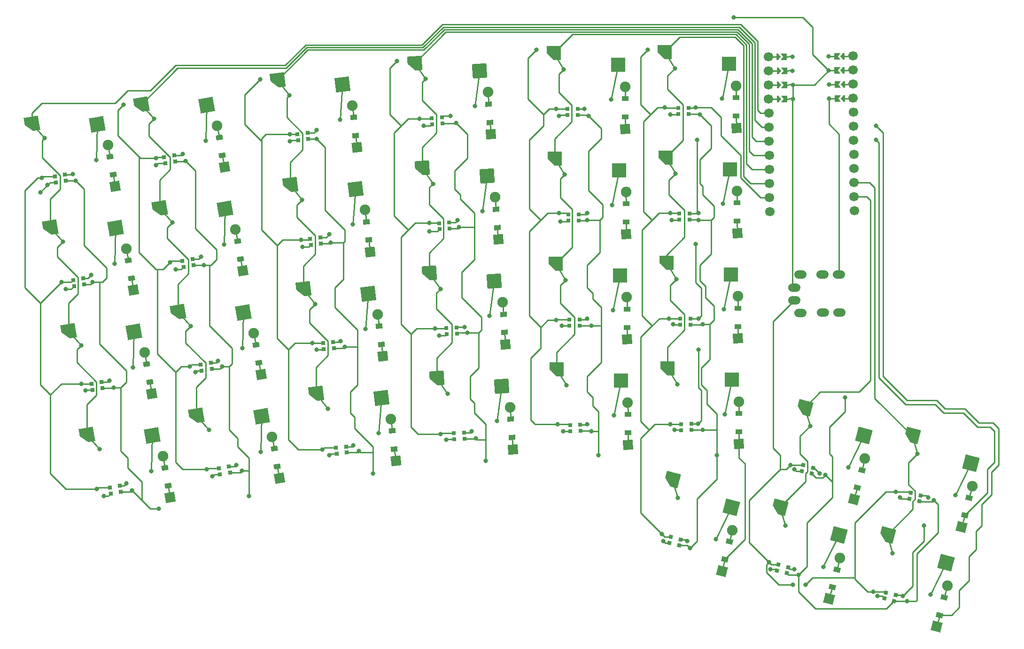
<source format=gbr>
%TF.GenerationSoftware,KiCad,Pcbnew,7.0.10-7.0.10~ubuntu22.04.1*%
%TF.CreationDate,2024-03-04T00:14:46-07:00*%
%TF.ProjectId,boardPcb,626f6172-6450-4636-922e-6b696361645f,v1.0.0*%
%TF.SameCoordinates,Original*%
%TF.FileFunction,Copper,L2,Bot*%
%TF.FilePolarity,Positive*%
%FSLAX46Y46*%
G04 Gerber Fmt 4.6, Leading zero omitted, Abs format (unit mm)*
G04 Created by KiCad (PCBNEW 7.0.10-7.0.10~ubuntu22.04.1) date 2024-03-04 00:14:46*
%MOMM*%
%LPD*%
G01*
G04 APERTURE LIST*
G04 Aperture macros list*
%AMHorizOval*
0 Thick line with rounded ends*
0 $1 width*
0 $2 $3 position (X,Y) of the first rounded end (center of the circle)*
0 $4 $5 position (X,Y) of the second rounded end (center of the circle)*
0 Add line between two ends*
20,1,$1,$2,$3,$4,$5,0*
0 Add two circle primitives to create the rounded ends*
1,1,$1,$2,$3*
1,1,$1,$4,$5*%
%AMRotRect*
0 Rectangle, with rotation*
0 The origin of the aperture is its center*
0 $1 length*
0 $2 width*
0 $3 Rotation angle, in degrees counterclockwise*
0 Add horizontal line*
21,1,$1,$2,0,0,$3*%
%AMFreePoly0*
4,1,6,1.300000,-1.300000,0.000000,-1.300000,-1.300000,0.000000,-1.300000,1.300000,1.300000,1.300000,1.300000,-1.300000,1.300000,-1.300000,$1*%
%AMFreePoly1*
4,1,6,0.250000,0.000000,-0.250000,-0.625000,-0.500000,-0.625000,-0.500000,0.625000,-0.250000,0.625000,0.250000,0.000000,0.250000,0.000000,$1*%
%AMFreePoly2*
4,1,6,0.500000,-0.625000,-0.650000,-0.625000,-0.150000,0.000000,-0.650000,0.625000,0.500000,0.625000,0.500000,-0.625000,0.500000,-0.625000,$1*%
G04 Aperture macros list end*
%TA.AperFunction,ComponentPad*%
%ADD10RotRect,1.778000X1.778000X100.000000*%
%TD*%
%TA.AperFunction,SMDPad,CuDef*%
%ADD11RotRect,0.900000X1.200000X100.000000*%
%TD*%
%TA.AperFunction,ComponentPad*%
%ADD12C,1.905000*%
%TD*%
%TA.AperFunction,SMDPad,CuDef*%
%ADD13RotRect,0.700000X0.700000X345.500000*%
%TD*%
%TA.AperFunction,ComponentPad*%
%ADD14RotRect,1.778000X1.778000X90.500000*%
%TD*%
%TA.AperFunction,SMDPad,CuDef*%
%ADD15RotRect,0.900000X1.200000X90.500000*%
%TD*%
%TA.AperFunction,SMDPad,CuDef*%
%ADD16FreePoly0,10.000000*%
%TD*%
%TA.AperFunction,ComponentPad*%
%ADD17C,0.800000*%
%TD*%
%TA.AperFunction,SMDPad,CuDef*%
%ADD18RotRect,2.600000X2.600000X10.000000*%
%TD*%
%TA.AperFunction,SMDPad,CuDef*%
%ADD19FreePoly0,7.000000*%
%TD*%
%TA.AperFunction,SMDPad,CuDef*%
%ADD20RotRect,2.600000X2.600000X7.000000*%
%TD*%
%TA.AperFunction,SMDPad,CuDef*%
%ADD21RotRect,0.700000X0.700000X10.000000*%
%TD*%
%TA.AperFunction,SMDPad,CuDef*%
%ADD22FreePoly0,4.000000*%
%TD*%
%TA.AperFunction,SMDPad,CuDef*%
%ADD23RotRect,2.600000X2.600000X4.000000*%
%TD*%
%TA.AperFunction,ComponentPad*%
%ADD24RotRect,1.778000X1.778000X94.000000*%
%TD*%
%TA.AperFunction,SMDPad,CuDef*%
%ADD25RotRect,0.900000X1.200000X94.000000*%
%TD*%
%TA.AperFunction,SMDPad,CuDef*%
%ADD26RotRect,0.700000X0.700000X7.000000*%
%TD*%
%TA.AperFunction,ComponentPad*%
%ADD27HorizOval,1.600000X-0.299989X-0.002618X0.299989X0.002618X0*%
%TD*%
%TA.AperFunction,SMDPad,CuDef*%
%ADD28RotRect,0.700000X0.700000X0.500000*%
%TD*%
%TA.AperFunction,ComponentPad*%
%ADD29RotRect,1.778000X1.778000X75.500000*%
%TD*%
%TA.AperFunction,SMDPad,CuDef*%
%ADD30RotRect,0.900000X1.200000X75.500000*%
%TD*%
%TA.AperFunction,SMDPad,CuDef*%
%ADD31RotRect,0.700000X0.700000X4.000000*%
%TD*%
%TA.AperFunction,SMDPad,CuDef*%
%ADD32FreePoly0,0.500000*%
%TD*%
%TA.AperFunction,SMDPad,CuDef*%
%ADD33RotRect,2.600000X2.600000X0.500000*%
%TD*%
%TA.AperFunction,SMDPad,CuDef*%
%ADD34FreePoly0,345.500000*%
%TD*%
%TA.AperFunction,SMDPad,CuDef*%
%ADD35RotRect,2.600000X2.600000X345.500000*%
%TD*%
%TA.AperFunction,ComponentPad*%
%ADD36RotRect,1.778000X1.778000X97.000000*%
%TD*%
%TA.AperFunction,SMDPad,CuDef*%
%ADD37RotRect,0.900000X1.200000X97.000000*%
%TD*%
%TA.AperFunction,ComponentPad*%
%ADD38HorizOval,1.700000X0.000000X0.000000X0.000000X0.000000X0*%
%TD*%
%TA.AperFunction,SMDPad,CuDef*%
%ADD39FreePoly1,0.500000*%
%TD*%
%TA.AperFunction,SMDPad,CuDef*%
%ADD40FreePoly2,0.500000*%
%TD*%
%TA.AperFunction,ComponentPad*%
%ADD41HorizOval,1.700000X0.000000X0.000000X0.000000X0.000000X0*%
%TD*%
%TA.AperFunction,SMDPad,CuDef*%
%ADD42FreePoly2,180.500000*%
%TD*%
%TA.AperFunction,SMDPad,CuDef*%
%ADD43FreePoly1,180.500000*%
%TD*%
%TA.AperFunction,ViaPad*%
%ADD44C,0.800000*%
%TD*%
%TA.AperFunction,Conductor*%
%ADD45C,0.250000*%
%TD*%
G04 APERTURE END LIST*
D10*
%TO.P,D7,1*%
%TO.N,P19*%
X156846153Y-143757958D03*
D11*
X156471072Y-141630773D03*
%TO.P,D7,2*%
%TO.N,pink2_top*%
X155898034Y-138380907D03*
D12*
X155522953Y-136253722D03*
%TD*%
D13*
%TO.P,REF\u002A\u002A,1*%
%TO.N,VCC*%
X254882209Y-198281444D03*
%TO.P,REF\u002A\u002A,2*%
%TO.N,L28*%
X255157627Y-197216482D03*
%TO.P,REF\u002A\u002A,3*%
%TO.N,GND*%
X253385917Y-196758286D03*
%TO.P,REF\u002A\u002A,4*%
%TO.N,L29*%
X253110499Y-197823248D03*
%TD*%
D14*
%TO.P,D23,1*%
%TO.N,P19*%
X245968971Y-136941398D03*
D15*
X245950122Y-134781480D03*
%TO.P,D23,2*%
%TO.N,pointer2_top*%
X245921324Y-131481606D03*
D12*
X245902475Y-129321688D03*
%TD*%
D16*
%TO.P,S7,1*%
%TO.N,P3*%
X141875835Y-132425359D03*
D17*
%TO.P,S7,2*%
X144136131Y-135022316D03*
%TO.N,pink2_top*%
X153462062Y-138962749D03*
D18*
X153632390Y-132586299D03*
%TD*%
D19*
%TO.P,S9,1*%
%TO.N,P4*%
X170058506Y-165919580D03*
D17*
%TO.P,S9,2*%
X172179790Y-168631274D03*
%TO.N,ring_bottom*%
X181286713Y-173054388D03*
D20*
X181790526Y-166695591D03*
%TD*%
D16*
%TO.P,S2,1*%
%TO.N,P2*%
X125478995Y-154609670D03*
D17*
%TO.P,S2,2*%
X127739291Y-157206627D03*
%TO.N,pinky1_middle*%
X137065222Y-161147060D03*
D18*
X137235550Y-154770610D03*
%TD*%
D21*
%TO.P,REF\u002A\u002A,1*%
%TO.N,VCC*%
X131550200Y-164911930D03*
%TO.P,REF\u002A\u002A,2*%
%TO.N,L18*%
X131359187Y-163828642D03*
%TO.P,REF\u002A\u002A,3*%
%TO.N,GND*%
X129556988Y-164146418D03*
%TO.P,REF\u002A\u002A,4*%
%TO.N,L19*%
X129748001Y-165229706D03*
%TD*%
D22*
%TO.P,S14,1*%
%TO.N,P5*%
X190493193Y-144172395D03*
D17*
%TO.P,S14,2*%
X192469651Y-146991392D03*
%TO.N,middle_middle*%
X201332606Y-151885064D03*
D23*
X202168522Y-145561349D03*
%TD*%
D19*
%TO.P,S11,1*%
%TO.N,P4*%
X165427471Y-128202826D03*
D17*
%TO.P,S11,2*%
X167548755Y-130914520D03*
%TO.N,ring_top*%
X176655678Y-135337634D03*
D20*
X177159491Y-128978837D03*
%TD*%
D24*
%TO.P,D15,1*%
%TO.N,P19*%
X202871549Y-138054021D03*
D25*
X202720875Y-135899283D03*
%TO.P,D15,2*%
%TO.N,middle_top*%
X202490679Y-132607321D03*
D12*
X202340005Y-130452583D03*
%TD*%
D26*
%TO.P,REF\u002A\u002A,1*%
%TO.N,VCC*%
X170951176Y-138808711D03*
%TO.P,REF\u002A\u002A,2*%
%TO.N,L10*%
X170817120Y-137716910D03*
%TO.P,REF\u002A\u002A,3*%
%TO.N,GND*%
X169000760Y-137939931D03*
%TO.P,REF\u002A\u002A,4*%
%TO.N,L11*%
X169134816Y-139031732D03*
%TD*%
D27*
%TO.P,TRRS1,1*%
%TO.N,GND*%
X256254888Y-146742010D03*
X256274959Y-149041923D03*
%TO.P,TRRS1,2*%
%TO.N,P9*%
X257334775Y-144432499D03*
X257394988Y-151332236D03*
%TO.P,TRRS1,3*%
%TO.N,P10*%
X261334623Y-144397593D03*
X261394836Y-151297330D03*
%TO.P,TRRS1,4*%
%TO.N,VCC*%
X264334509Y-144371413D03*
X264394722Y-151271150D03*
%TD*%
D21*
%TO.P,REF\u002A\u002A,1*%
%TO.N,VCC*%
X154545670Y-180150314D03*
%TO.P,REF\u002A\u002A,2*%
%TO.N,L23*%
X154354657Y-179067026D03*
%TO.P,REF\u002A\u002A,3*%
%TO.N,GND*%
X152552458Y-179384802D03*
%TO.P,REF\u002A\u002A,4*%
%TO.N,L24*%
X152743471Y-180468090D03*
%TD*%
D28*
%TO.P,REF\u002A\u002A,1*%
%TO.N,VCC*%
X217196916Y-115631667D03*
%TO.P,REF\u002A\u002A,2*%
%TO.N,L02*%
X217187317Y-114531709D03*
%TO.P,REF\u002A\u002A,3*%
%TO.N,GND*%
X215357386Y-114547679D03*
%TO.P,REF\u002A\u002A,4*%
%TO.N,L03*%
X215366985Y-115647637D03*
%TD*%
D24*
%TO.P,D16,1*%
%TO.N,P18*%
X201546176Y-119100304D03*
D25*
X201395502Y-116945566D03*
%TO.P,D16,2*%
%TO.N,middle_number*%
X201165306Y-113653604D03*
D12*
X201014632Y-111498866D03*
%TD*%
D14*
%TO.P,D17,1*%
%TO.N,P21*%
X226301341Y-175114482D03*
D15*
X226282492Y-172954564D03*
%TO.P,D17,2*%
%TO.N,pointer_bottom*%
X226253694Y-169654690D03*
D12*
X226234845Y-167494772D03*
%TD*%
D10*
%TO.P,D5,1*%
%TO.N,P21*%
X163444784Y-181180653D03*
D11*
X163069703Y-179053468D03*
%TO.P,D5,2*%
%TO.N,pink2_bottom*%
X162496665Y-175803602D03*
D12*
X162121584Y-173676417D03*
%TD*%
D19*
%TO.P,S10,1*%
%TO.N,P4*%
X167742988Y-147061203D03*
D17*
%TO.P,S10,2*%
X169864272Y-149772897D03*
%TO.N,ring_middle*%
X178971195Y-154196011D03*
D20*
X179475008Y-147837214D03*
%TD*%
D28*
%TO.P,REF\u002A\u002A,1*%
%TO.N,VCC*%
X217528524Y-153630220D03*
%TO.P,REF\u002A\u002A,2*%
%TO.N,L14*%
X217518925Y-152530262D03*
%TO.P,REF\u002A\u002A,3*%
%TO.N,GND*%
X215688994Y-152546232D03*
%TO.P,REF\u002A\u002A,4*%
%TO.N,L15*%
X215698593Y-153646190D03*
%TD*%
D29*
%TO.P,D29,1*%
%TO.N,P19*%
X286406611Y-189959579D03*
D30*
X286947432Y-187868380D03*
%TO.P,D29,2*%
%TO.N,far2_thumb2*%
X287773686Y-184673492D03*
D12*
X288314507Y-182582293D03*
%TD*%
D21*
%TO.P,REF\u002A\u002A,1*%
%TO.N,VCC*%
X124951569Y-127489236D03*
%TO.P,REF\u002A\u002A,2*%
%TO.N,L06*%
X124760556Y-126405948D03*
%TO.P,REF\u002A\u002A,3*%
%TO.N,GND*%
X122958357Y-126723724D03*
%TO.P,REF\u002A\u002A,4*%
%TO.N,L07*%
X123149370Y-127807012D03*
%TD*%
D31*
%TO.P,REF\u002A\u002A,1*%
%TO.N,VCC*%
X192803512Y-117145399D03*
%TO.P,REF\u002A\u002A,2*%
%TO.N,L03*%
X192726780Y-116048079D03*
%TO.P,REF\u002A\u002A,3*%
%TO.N,GND*%
X190901238Y-116175733D03*
%TO.P,REF\u002A\u002A,4*%
%TO.N,L04*%
X190977970Y-117273053D03*
%TD*%
D32*
%TO.P,S17,1*%
%TO.N,P6*%
X213406750Y-161466487D03*
D17*
%TO.P,S17,2*%
X215207426Y-164400885D03*
%TO.N,pointer_bottom*%
X223755098Y-169826500D03*
D33*
X224975508Y-163565612D03*
%TD*%
D32*
%TO.P,S20,1*%
%TO.N,P6*%
X212909338Y-104468658D03*
D17*
%TO.P,S20,2*%
X214710014Y-107403056D03*
%TO.N,pointer_number*%
X223257686Y-112828671D03*
D33*
X224478096Y-106567783D03*
%TD*%
D10*
%TO.P,D6,1*%
%TO.N,P20*%
X160145469Y-162469306D03*
D11*
X159770388Y-160342121D03*
%TO.P,D6,2*%
%TO.N,pink2_middle*%
X159197350Y-157092255D03*
D12*
X158822269Y-154965070D03*
%TD*%
D13*
%TO.P,REF\u002A\u002A,1*%
%TO.N,VCC*%
X259373083Y-180324008D03*
%TO.P,REF\u002A\u002A,2*%
%TO.N,L26*%
X259648501Y-179259046D03*
%TO.P,REF\u002A\u002A,3*%
%TO.N,GND*%
X257876791Y-178800850D03*
%TO.P,REF\u002A\u002A,4*%
%TO.N,L27*%
X257601373Y-179865812D03*
%TD*%
D21*
%TO.P,REF\u002A\u002A,1*%
%TO.N,VCC*%
X128250884Y-146200583D03*
%TO.P,REF\u002A\u002A,2*%
%TO.N,L12*%
X128059871Y-145117295D03*
%TO.P,REF\u002A\u002A,3*%
%TO.N,GND*%
X126257672Y-145435071D03*
%TO.P,REF\u002A\u002A,4*%
%TO.N,L13*%
X126448685Y-146518359D03*
%TD*%
D28*
%TO.P,REF\u002A\u002A,1*%
%TO.N,VCC*%
X217362720Y-134630943D03*
%TO.P,REF\u002A\u002A,2*%
%TO.N,L08*%
X217353121Y-133530985D03*
%TO.P,REF\u002A\u002A,3*%
%TO.N,GND*%
X215523190Y-133546955D03*
%TO.P,REF\u002A\u002A,4*%
%TO.N,L09*%
X215532789Y-134646913D03*
%TD*%
D34*
%TO.P,S29,1*%
%TO.N,P14*%
X277483754Y-173439262D03*
D17*
%TO.P,S29,2*%
X278463595Y-176739722D03*
%TO.N,far2_thumb2*%
X285315759Y-184192764D03*
D35*
X288115023Y-178461076D03*
%TD*%
D21*
%TO.P,REF\u002A\u002A,1*%
%TO.N,VCC*%
X151246355Y-161438967D03*
%TO.P,REF\u002A\u002A,2*%
%TO.N,L17*%
X151055342Y-160355679D03*
%TO.P,REF\u002A\u002A,3*%
%TO.N,GND*%
X149253143Y-160673455D03*
%TO.P,REF\u002A\u002A,4*%
%TO.N,L18*%
X149444156Y-161756743D03*
%TD*%
%TO.P,REF\u002A\u002A,1*%
%TO.N,VCC*%
X144647724Y-124016272D03*
%TO.P,REF\u002A\u002A,2*%
%TO.N,L05*%
X144456711Y-122932984D03*
%TO.P,REF\u002A\u002A,3*%
%TO.N,GND*%
X142654512Y-123250760D03*
%TO.P,REF\u002A\u002A,4*%
%TO.N,L06*%
X142845525Y-124334048D03*
%TD*%
D34*
%TO.P,S25,1*%
%TO.N,P16*%
X234266974Y-181381498D03*
D17*
%TO.P,S25,2*%
X235246815Y-184681958D03*
%TO.N,near_thumb*%
X242098979Y-192135000D03*
D35*
X244898243Y-186403312D03*
%TD*%
D22*
%TO.P,S13,1*%
%TO.N,P5*%
X191818566Y-163126112D03*
D17*
%TO.P,S13,2*%
X193795024Y-165945109D03*
%TO.N,middle_bottom*%
X202657979Y-170838781D03*
D23*
X203493895Y-164515066D03*
%TD*%
D13*
%TO.P,REF\u002A\u002A,1*%
%TO.N,VCC*%
X235519256Y-193273844D03*
%TO.P,REF\u002A\u002A,2*%
%TO.N,L29*%
X235794674Y-192208882D03*
%TO.P,REF\u002A\u002A,3*%
%TO.N,GND*%
X234022964Y-191750686D03*
%TO.P,REF\u002A\u002A,4*%
%TO.N,L30*%
X233747546Y-192815648D03*
%TD*%
D10*
%TO.P,D1,1*%
%TO.N,P21*%
X143748629Y-184653616D03*
D11*
X143373548Y-182526431D03*
%TO.P,D1,2*%
%TO.N,pinky1_bottom*%
X142800510Y-179276565D03*
D12*
X142425429Y-177149380D03*
%TD*%
D14*
%TO.P,D18,1*%
%TO.N,P20*%
X226135537Y-156115205D03*
D15*
X226116688Y-153955287D03*
%TO.P,D18,2*%
%TO.N,pointer_middle*%
X226087890Y-150655413D03*
D12*
X226069041Y-148495495D03*
%TD*%
D16*
%TO.P,S4,1*%
%TO.N,P2*%
X118880365Y-117186975D03*
D17*
%TO.P,S4,2*%
X121140661Y-119783932D03*
%TO.N,pinky1_number*%
X130466592Y-123724365D03*
D18*
X130636920Y-117347915D03*
%TD*%
D36*
%TO.P,D10,1*%
%TO.N,P20*%
X182099687Y-159161758D03*
D37*
X181836449Y-157017858D03*
%TO.P,D10,2*%
%TO.N,ring_middle*%
X181434281Y-153742456D03*
D12*
X181171043Y-151598556D03*
%TD*%
D32*
%TO.P,S18,1*%
%TO.N,P6*%
X213240946Y-142467211D03*
D17*
%TO.P,S18,2*%
X215041622Y-145401609D03*
%TO.N,pointer_middle*%
X223589294Y-150827224D03*
D33*
X224809704Y-144566336D03*
%TD*%
D10*
%TO.P,D2,1*%
%TO.N,P20*%
X140449314Y-165942269D03*
D11*
X140074233Y-163815084D03*
%TO.P,D2,2*%
%TO.N,pinky1_middle*%
X139501195Y-160565218D03*
D12*
X139126114Y-158438033D03*
%TD*%
D21*
%TO.P,REF\u002A\u002A,1*%
%TO.N,VCC*%
X134849515Y-183623278D03*
%TO.P,REF\u002A\u002A,2*%
%TO.N,L24*%
X134658502Y-182539990D03*
%TO.P,REF\u002A\u002A,3*%
%TO.N,GND*%
X132856303Y-182857766D03*
%TO.P,REF\u002A\u002A,4*%
%TO.N,L25*%
X133047316Y-183941054D03*
%TD*%
D36*
%TO.P,D9,1*%
%TO.N,P21*%
X184415205Y-178020135D03*
D37*
X184151967Y-175876235D03*
%TO.P,D9,2*%
%TO.N,ring_bottom*%
X183749799Y-172600833D03*
D12*
X183486561Y-170456933D03*
%TD*%
D29*
%TO.P,D26,1*%
%TO.N,P20*%
X262552784Y-202909414D03*
D30*
X263093605Y-200818215D03*
%TO.P,D26,2*%
%TO.N,home_thumb*%
X263919859Y-197623327D03*
D12*
X264460680Y-195532128D03*
%TD*%
D28*
%TO.P,REF\u002A\u002A,1*%
%TO.N,VCC*%
X237693567Y-172454965D03*
%TO.P,REF\u002A\u002A,2*%
%TO.N,L19*%
X237683968Y-171355007D03*
%TO.P,REF\u002A\u002A,3*%
%TO.N,GND*%
X235854037Y-171370977D03*
%TO.P,REF\u002A\u002A,4*%
%TO.N,L20*%
X235863636Y-172470935D03*
%TD*%
D34*
%TO.P,S27,1*%
%TO.N,P14*%
X272992880Y-191396698D03*
D17*
%TO.P,S27,2*%
X273972721Y-194697158D03*
%TO.N,far_thumb*%
X280824885Y-202150200D03*
D35*
X283624149Y-196418512D03*
%TD*%
D10*
%TO.P,D4,1*%
%TO.N,P18*%
X133850683Y-128519575D03*
D11*
X133475602Y-126392390D03*
%TO.P,D4,2*%
%TO.N,pinky1_number*%
X132902564Y-123142524D03*
D12*
X132527483Y-121015339D03*
%TD*%
D16*
%TO.P,S3,1*%
%TO.N,P2*%
X122179680Y-135898323D03*
D17*
%TO.P,S3,2*%
X124439976Y-138495280D03*
%TO.N,pinky1_top*%
X133765907Y-142435713D03*
D18*
X133936235Y-136059263D03*
%TD*%
D31*
%TO.P,REF\u002A\u002A,1*%
%TO.N,VCC*%
X194128885Y-136099116D03*
%TO.P,REF\u002A\u002A,2*%
%TO.N,L09*%
X194052153Y-135001796D03*
%TO.P,REF\u002A\u002A,3*%
%TO.N,GND*%
X192226611Y-135129450D03*
%TO.P,REF\u002A\u002A,4*%
%TO.N,L10*%
X192303343Y-136226770D03*
%TD*%
D21*
%TO.P,REF\u002A\u002A,1*%
%TO.N,VCC*%
X147947039Y-142727619D03*
%TO.P,REF\u002A\u002A,2*%
%TO.N,L11*%
X147756026Y-141644331D03*
%TO.P,REF\u002A\u002A,3*%
%TO.N,GND*%
X145953827Y-141962107D03*
%TO.P,REF\u002A\u002A,4*%
%TO.N,L12*%
X146144840Y-143045395D03*
%TD*%
D32*
%TO.P,S21,1*%
%TO.N,P7*%
X233405989Y-161291956D03*
D17*
%TO.P,S21,2*%
X235206665Y-164226354D03*
%TO.N,pointer2_bottom*%
X243754337Y-169651969D03*
D33*
X244974747Y-163391081D03*
%TD*%
D26*
%TO.P,REF\u002A\u002A,1*%
%TO.N,VCC*%
X173266693Y-157667088D03*
%TO.P,REF\u002A\u002A,2*%
%TO.N,L16*%
X173132637Y-156575287D03*
%TO.P,REF\u002A\u002A,3*%
%TO.N,GND*%
X171316277Y-156798308D03*
%TO.P,REF\u002A\u002A,4*%
%TO.N,L17*%
X171450333Y-157890109D03*
%TD*%
D14*
%TO.P,D21,1*%
%TO.N,P21*%
X246300579Y-174939951D03*
D15*
X246281730Y-172780033D03*
%TO.P,D21,2*%
%TO.N,pointer2_bottom*%
X246252932Y-169480159D03*
D12*
X246234083Y-167320241D03*
%TD*%
D38*
%TO.P,,0*%
%TO.N,_1_0*%
X251571417Y-105111296D03*
D39*
X253571341Y-105093843D03*
D40*
%TO.N,P1*%
X254416309Y-105086469D03*
D17*
X255929252Y-105073266D03*
D38*
%TO.P,,1*%
%TO.N,_1_1*%
X251593583Y-107651199D03*
D39*
X253593507Y-107633746D03*
D40*
%TO.N,P0*%
X254438475Y-107626372D03*
D17*
X255951417Y-107613169D03*
D38*
%TO.P,,2*%
%TO.N,_1_2*%
X251615748Y-110191103D03*
D39*
X253615672Y-110173650D03*
D40*
%TO.N,GND*%
X254460640Y-110166276D03*
D17*
X255973582Y-110153072D03*
D38*
%TO.P,,3*%
%TO.N,_1_3*%
X251637914Y-112731006D03*
D39*
X253637837Y-112713553D03*
D40*
%TO.N,GND*%
X254482805Y-112706179D03*
D17*
X255995748Y-112692976D03*
D38*
%TO.P,,4*%
%TO.N,P2*%
X251660079Y-115270909D03*
%TO.P,,5*%
%TO.N,P3*%
X251682244Y-117810813D03*
%TO.P,,6*%
%TO.N,P4*%
X251704410Y-120350716D03*
%TO.P,,7*%
%TO.N,P5*%
X251726575Y-122890619D03*
%TO.P,,8*%
%TO.N,P6*%
X251748741Y-125430522D03*
%TO.P,,9*%
%TO.N,P7*%
X251770906Y-127970426D03*
%TO.P,,10*%
%TO.N,P8*%
X251793071Y-130510329D03*
%TO.P,,11*%
%TO.N,P9*%
X251815237Y-133050232D03*
D41*
%TO.P,,12*%
%TO.N,P10*%
X267054657Y-132917240D03*
%TO.P,,13*%
%TO.N,P16*%
X267032491Y-130377337D03*
%TO.P,,14*%
%TO.N,P14*%
X267010326Y-127837433D03*
%TO.P,,15*%
%TO.N,P15*%
X266988160Y-125297530D03*
%TO.P,,16*%
%TO.N,P18*%
X266965995Y-122757627D03*
%TO.P,,17*%
%TO.N,P19*%
X266943830Y-120217723D03*
%TO.P,,18*%
%TO.N,P20*%
X266921664Y-117677820D03*
%TO.P,,19*%
%TO.N,P21*%
X266899499Y-115137917D03*
D17*
%TO.P,,20*%
%TO.N,VCC*%
X262519499Y-112636044D03*
D42*
X264032442Y-112622841D03*
D43*
%TO.N,_1_20*%
X264877410Y-112615467D03*
D41*
X266877333Y-112598014D03*
D17*
%TO.P,,21*%
%TO.N,RST*%
X262497334Y-110096141D03*
D42*
X264010276Y-110082937D03*
D43*
%TO.N,_1_21*%
X264855244Y-110075563D03*
D41*
X266855168Y-110058110D03*
D17*
%TO.P,,22*%
%TO.N,GND*%
X262475168Y-107556237D03*
D42*
X263988111Y-107543034D03*
D43*
%TO.N,_1_22*%
X264833079Y-107535660D03*
D41*
X266833003Y-107518207D03*
D17*
%TO.P,,23*%
%TO.N,RAW*%
X262453003Y-105016334D03*
D42*
X263965945Y-105003131D03*
D43*
%TO.N,_1_23*%
X264810913Y-104995757D03*
D41*
X266810837Y-104978304D03*
%TD*%
D14*
%TO.P,D20,1*%
%TO.N,P18*%
X225803928Y-118116652D03*
D15*
X225785079Y-115956734D03*
%TO.P,D20,2*%
%TO.N,pointer_number*%
X225756281Y-112656860D03*
D12*
X225737432Y-110496942D03*
%TD*%
D36*
%TO.P,D12,1*%
%TO.N,P18*%
X177468652Y-121445004D03*
D37*
X177205414Y-119301104D03*
%TO.P,D12,2*%
%TO.N,ring_number*%
X176803246Y-116025702D03*
D12*
X176540008Y-113881802D03*
%TD*%
D26*
%TO.P,REF\u002A\u002A,1*%
%TO.N,VCC*%
X175582211Y-176525465D03*
%TO.P,REF\u002A\u002A,2*%
%TO.N,L22*%
X175448155Y-175433664D03*
%TO.P,REF\u002A\u002A,3*%
%TO.N,GND*%
X173631795Y-175656685D03*
%TO.P,REF\u002A\u002A,4*%
%TO.N,L23*%
X173765851Y-176748486D03*
%TD*%
D10*
%TO.P,D8,1*%
%TO.N,P18*%
X153546838Y-125046611D03*
D11*
X153171757Y-122919426D03*
%TO.P,D8,2*%
%TO.N,pink2_number*%
X152598719Y-119669560D03*
D12*
X152223638Y-117542375D03*
%TD*%
D32*
%TO.P,S23,1*%
%TO.N,P7*%
X233074380Y-123293403D03*
D17*
%TO.P,S23,2*%
X234875056Y-126227801D03*
%TO.N,pointer2_top*%
X243422728Y-131653416D03*
D33*
X244643138Y-125392528D03*
%TD*%
D28*
%TO.P,REF\u002A\u002A,1*%
%TO.N,VCC*%
X237361958Y-134456412D03*
%TO.P,REF\u002A\u002A,2*%
%TO.N,L07*%
X237352359Y-133356454D03*
%TO.P,REF\u002A\u002A,3*%
%TO.N,GND*%
X235522428Y-133372424D03*
%TO.P,REF\u002A\u002A,4*%
%TO.N,L08*%
X235532027Y-134472382D03*
%TD*%
D26*
%TO.P,REF\u002A\u002A,1*%
%TO.N,VCC*%
X168635658Y-119950334D03*
%TO.P,REF\u002A\u002A,2*%
%TO.N,L04*%
X168501602Y-118858533D03*
%TO.P,REF\u002A\u002A,3*%
%TO.N,GND*%
X166685242Y-119081554D03*
%TO.P,REF\u002A\u002A,4*%
%TO.N,L05*%
X166819298Y-120173355D03*
%TD*%
D28*
%TO.P,REF\u002A\u002A,1*%
%TO.N,VCC*%
X217694328Y-172629496D03*
%TO.P,REF\u002A\u002A,2*%
%TO.N,L20*%
X217684729Y-171529538D03*
%TO.P,REF\u002A\u002A,3*%
%TO.N,GND*%
X215854798Y-171545508D03*
%TO.P,REF\u002A\u002A,4*%
%TO.N,L21*%
X215864397Y-172645466D03*
%TD*%
D22*
%TO.P,S16,1*%
%TO.N,P5*%
X187842447Y-106264961D03*
D17*
%TO.P,S16,2*%
X189818905Y-109083958D03*
%TO.N,middle_number*%
X198681860Y-113977630D03*
D23*
X199517776Y-107653915D03*
%TD*%
D14*
%TO.P,D19,1*%
%TO.N,P19*%
X225969732Y-137115929D03*
D15*
X225950883Y-134956011D03*
%TO.P,D19,2*%
%TO.N,pointer_top*%
X225922085Y-131656137D03*
D12*
X225903236Y-129496219D03*
%TD*%
D32*
%TO.P,S19,1*%
%TO.N,P6*%
X213075142Y-123467934D03*
D17*
%TO.P,S19,2*%
X214875818Y-126402332D03*
%TO.N,pointer_top*%
X223423490Y-131827947D03*
D33*
X224643900Y-125567059D03*
%TD*%
D14*
%TO.P,D24,1*%
%TO.N,P18*%
X245803167Y-117942121D03*
D15*
X245784318Y-115782203D03*
%TO.P,D24,2*%
%TO.N,pointer2_number*%
X245755520Y-112482329D03*
D12*
X245736671Y-110322411D03*
%TD*%
D14*
%TO.P,D22,1*%
%TO.N,P20*%
X246134775Y-155940674D03*
D15*
X246115926Y-153780756D03*
%TO.P,D22,2*%
%TO.N,pointer2_middle*%
X246087128Y-150480882D03*
D12*
X246068279Y-148320964D03*
%TD*%
D28*
%TO.P,REF\u002A\u002A,1*%
%TO.N,VCC*%
X237527762Y-153455689D03*
%TO.P,REF\u002A\u002A,2*%
%TO.N,L13*%
X237518163Y-152355731D03*
%TO.P,REF\u002A\u002A,3*%
%TO.N,GND*%
X235688232Y-152371701D03*
%TO.P,REF\u002A\u002A,4*%
%TO.N,L14*%
X235697831Y-153471659D03*
%TD*%
D19*
%TO.P,S12,1*%
%TO.N,P4*%
X163111953Y-109344449D03*
D17*
%TO.P,S12,2*%
X165233237Y-112056143D03*
%TO.N,ring_number*%
X174340160Y-116479257D03*
D20*
X174843973Y-110120460D03*
%TD*%
D24*
%TO.P,D14,1*%
%TO.N,P20*%
X204196922Y-157007738D03*
D25*
X204046248Y-154853000D03*
%TO.P,D14,2*%
%TO.N,middle_middle*%
X203816052Y-151561038D03*
D12*
X203665378Y-149406300D03*
%TD*%
D24*
%TO.P,D13,1*%
%TO.N,P21*%
X205522295Y-175961455D03*
D25*
X205371621Y-173806717D03*
%TO.P,D13,2*%
%TO.N,middle_bottom*%
X205141425Y-170514755D03*
D12*
X204990751Y-168360017D03*
%TD*%
D36*
%TO.P,D11,1*%
%TO.N,P19*%
X179784170Y-140303381D03*
D37*
X179520932Y-138159481D03*
%TO.P,D11,2*%
%TO.N,ring_top*%
X179118764Y-134884079D03*
D12*
X178855526Y-132740179D03*
%TD*%
D16*
%TO.P,S6,1*%
%TO.N,P3*%
X145175150Y-151136706D03*
D17*
%TO.P,S6,2*%
X147435446Y-153733663D03*
%TO.N,pink2_middle*%
X156761377Y-157674096D03*
D18*
X156931705Y-151297646D03*
%TD*%
D29*
%TO.P,D25,1*%
%TO.N,P21*%
X243189831Y-197901814D03*
D30*
X243730652Y-195810615D03*
%TO.P,D25,2*%
%TO.N,near_thumb*%
X244556906Y-192615727D03*
D12*
X245097727Y-190524528D03*
%TD*%
D13*
%TO.P,REF\u002A\u002A,1*%
%TO.N,VCC*%
X274245162Y-203289044D03*
%TO.P,REF\u002A\u002A,2*%
%TO.N,L27*%
X274520580Y-202224082D03*
%TO.P,REF\u002A\u002A,3*%
%TO.N,GND*%
X272748870Y-201765886D03*
%TO.P,REF\u002A\u002A,4*%
%TO.N,L28*%
X272473452Y-202830848D03*
%TD*%
D32*
%TO.P,S22,1*%
%TO.N,P7*%
X233240185Y-142292680D03*
D17*
%TO.P,S22,2*%
X235040861Y-145227078D03*
%TO.N,pointer2_middle*%
X243588533Y-150652693D03*
D33*
X244808943Y-144391805D03*
%TD*%
D16*
%TO.P,S5,1*%
%TO.N,P3*%
X148474466Y-169848054D03*
D17*
%TO.P,S5,2*%
X150734762Y-172445011D03*
%TO.N,pink2_bottom*%
X160060693Y-176385444D03*
D18*
X160231021Y-170008994D03*
%TD*%
D13*
%TO.P,REF\u002A\u002A,1*%
%TO.N,VCC*%
X278736036Y-185331608D03*
%TO.P,REF\u002A\u002A,2*%
%TO.N,L25*%
X279011454Y-184266646D03*
%TO.P,REF\u002A\u002A,3*%
%TO.N,GND*%
X277239744Y-183808450D03*
%TO.P,REF\u002A\u002A,4*%
%TO.N,L26*%
X276964326Y-184873412D03*
%TD*%
D29*
%TO.P,D27,1*%
%TO.N,P20*%
X281915737Y-207917014D03*
D30*
X282456558Y-205825815D03*
%TO.P,D27,2*%
%TO.N,far_thumb*%
X283282812Y-202630927D03*
D12*
X283823633Y-200539728D03*
%TD*%
D31*
%TO.P,REF\u002A\u002A,1*%
%TO.N,VCC*%
X196779631Y-174006550D03*
%TO.P,REF\u002A\u002A,2*%
%TO.N,L21*%
X196702899Y-172909230D03*
%TO.P,REF\u002A\u002A,3*%
%TO.N,GND*%
X194877357Y-173036884D03*
%TO.P,REF\u002A\u002A,4*%
%TO.N,L22*%
X194954089Y-174134204D03*
%TD*%
%TO.P,REF\u002A\u002A,1*%
%TO.N,VCC*%
X195454258Y-155052833D03*
%TO.P,REF\u002A\u002A,2*%
%TO.N,L15*%
X195377526Y-153955513D03*
%TO.P,REF\u002A\u002A,3*%
%TO.N,GND*%
X193551984Y-154083167D03*
%TO.P,REF\u002A\u002A,4*%
%TO.N,L16*%
X193628716Y-155180487D03*
%TD*%
D32*
%TO.P,S24,1*%
%TO.N,P7*%
X232908576Y-104294127D03*
D17*
%TO.P,S24,2*%
X234709252Y-107228525D03*
%TO.N,pointer2_number*%
X243256924Y-112654140D03*
D33*
X244477334Y-106393252D03*
%TD*%
D28*
%TO.P,REF\u002A\u002A,1*%
%TO.N,VCC*%
X237196154Y-115457136D03*
%TO.P,REF\u002A\u002A,2*%
%TO.N,P8*%
X237186555Y-114357178D03*
%TO.P,REF\u002A\u002A,3*%
%TO.N,GND*%
X235356624Y-114373148D03*
%TO.P,REF\u002A\u002A,4*%
%TO.N,L02*%
X235366223Y-115473106D03*
%TD*%
D16*
%TO.P,S1,1*%
%TO.N,P2*%
X128778311Y-173321017D03*
D17*
%TO.P,S1,2*%
X131038607Y-175917974D03*
%TO.N,pinky1_bottom*%
X140364538Y-179858407D03*
D18*
X140534866Y-173481957D03*
%TD*%
D34*
%TO.P,S26,1*%
%TO.N,P16*%
X253629927Y-186389098D03*
D17*
%TO.P,S26,2*%
X254609768Y-189689558D03*
%TO.N,home_thumb*%
X261461932Y-197142600D03*
D35*
X264261196Y-191410912D03*
%TD*%
D10*
%TO.P,D3,1*%
%TO.N,P19*%
X137149998Y-147230922D03*
D11*
X136774917Y-145103737D03*
%TO.P,D3,2*%
%TO.N,pinky1_top*%
X136201879Y-141853871D03*
D12*
X135826798Y-139726686D03*
%TD*%
D22*
%TO.P,S15,1*%
%TO.N,P5*%
X189167820Y-125218678D03*
D17*
%TO.P,S15,2*%
X191144278Y-128037675D03*
%TO.N,middle_top*%
X200007233Y-132931347D03*
D23*
X200843149Y-126607632D03*
%TD*%
D16*
%TO.P,S8,1*%
%TO.N,P3*%
X138576520Y-113714012D03*
D17*
%TO.P,S8,2*%
X140836816Y-116310969D03*
%TO.N,pink2_number*%
X150162747Y-120251402D03*
D18*
X150333075Y-113874952D03*
%TD*%
D29*
%TO.P,D28,1*%
%TO.N,P19*%
X267043658Y-184951979D03*
D30*
X267584479Y-182860780D03*
%TO.P,D28,2*%
%TO.N,home2_thumb2*%
X268410733Y-179665892D03*
D12*
X268951554Y-177574693D03*
%TD*%
D34*
%TO.P,S28,1*%
%TO.N,P16*%
X258120801Y-168431662D03*
D17*
%TO.P,S28,2*%
X259100642Y-171732122D03*
%TO.N,home2_thumb2*%
X265952806Y-179185164D03*
D35*
X268752070Y-173453476D03*
%TD*%
D44*
%TO.N,P20*%
X271018000Y-117602000D03*
%TO.N,P19*%
X271018000Y-120142000D03*
%TO.N,P8*%
X238506000Y-114300000D03*
%TO.N,VCC*%
X219202000Y-115824000D03*
X195834000Y-135890000D03*
X239776000Y-153416000D03*
X170180000Y-119950334D03*
X149860000Y-142748000D03*
X242316000Y-177038000D03*
X276606000Y-203289044D03*
X126746000Y-127508000D03*
X157988000Y-184404000D03*
X195326000Y-117094000D03*
X136906000Y-183388000D03*
X197358000Y-154940000D03*
X281432000Y-185166000D03*
X219710000Y-172720000D03*
X237490000Y-193802000D03*
X180340000Y-180340000D03*
X129794000Y-145796000D03*
X200660000Y-178054000D03*
X220980000Y-177038000D03*
X175260000Y-157480000D03*
X261874000Y-180594000D03*
X239776000Y-172466000D03*
X257048000Y-198628000D03*
X239014000Y-134620000D03*
X218948000Y-134620000D03*
X239268000Y-115570000D03*
X172720000Y-138684000D03*
X219710000Y-153670000D03*
X133604000Y-164846000D03*
X198882000Y-173990000D03*
X146558000Y-123952000D03*
X156718000Y-179832000D03*
X153162000Y-161036000D03*
X177800000Y-176276000D03*
X141732000Y-186690000D03*
X265430000Y-166624000D03*
%TO.N,GND*%
X150368000Y-179578000D03*
X229870000Y-103886000D03*
X188722000Y-116332000D03*
X160020000Y-109220000D03*
X135382000Y-113792000D03*
X147320000Y-161036000D03*
X233934000Y-133350000D03*
X165354000Y-119126000D03*
X120650000Y-127000000D03*
X213360000Y-152654000D03*
X233680000Y-152371701D03*
X191516000Y-154178000D03*
X274574000Y-183642000D03*
X256032000Y-200406000D03*
X251714000Y-196342000D03*
X233934000Y-171450000D03*
X232410000Y-191262000D03*
X192532000Y-173228000D03*
X232918000Y-114300000D03*
X143764000Y-142240000D03*
X169418000Y-156798308D03*
X171196000Y-176022000D03*
X141224000Y-123444000D03*
X184658000Y-105918000D03*
X213614000Y-171450000D03*
X213360000Y-114554000D03*
X245364000Y-98044000D03*
X209804000Y-103886000D03*
X255561000Y-178816000D03*
X213868000Y-133350000D03*
X258318000Y-200406000D03*
X127699582Y-164146418D03*
X190500000Y-135128000D03*
X130556000Y-183134000D03*
X167386000Y-138176000D03*
X270510000Y-201676000D03*
X124206000Y-145796000D03*
%TO.N,L02*%
X233934000Y-115570000D03*
X218440000Y-114554000D03*
%TO.N,L03*%
X213868000Y-115824000D03*
X194310000Y-115824000D03*
%TO.N,L04*%
X170180000Y-118364000D03*
X189484000Y-117602000D03*
%TO.N,L05*%
X165354000Y-120396000D03*
X146050000Y-122613996D03*
%TO.N,L06*%
X126186808Y-126253997D03*
X141224000Y-124714000D03*
%TO.N,L07*%
X121666000Y-128270000D03*
X239014000Y-133350000D03*
X120392942Y-129543539D03*
X238760000Y-120142000D03*
%TO.N,L08*%
X218948000Y-133350000D03*
X234188000Y-134620000D03*
%TO.N,L09*%
X214122000Y-134874000D03*
X195580000Y-134620000D03*
%TO.N,L10*%
X172466000Y-137160000D03*
X190500000Y-136652000D03*
%TO.N,L11*%
X167640000Y-139446000D03*
X149352000Y-141224000D03*
%TO.N,L12*%
X144780000Y-143510000D03*
X129540000Y-144526000D03*
%TO.N,L13*%
X239014000Y-152400000D03*
X238506000Y-138938000D03*
X124968000Y-147066000D03*
%TO.N,L30*%
X232664000Y-192532000D03*
%TO.N,L14*%
X218948000Y-152400000D03*
X234442000Y-153416000D03*
%TO.N,L15*%
X214376000Y-153670000D03*
X196850000Y-153924000D03*
%TO.N,L16*%
X174498000Y-156464000D03*
X192278000Y-155448000D03*
%TO.N,L17*%
X170180000Y-157988000D03*
X152400000Y-160020000D03*
%TO.N,L18*%
X148336000Y-162052000D03*
X132842000Y-163576000D03*
%TO.N,L19*%
X238919007Y-171355007D03*
X238992975Y-157982942D03*
X128524000Y-165354000D03*
%TO.N,L20*%
X218948000Y-171450000D03*
X234696000Y-172466000D03*
%TO.N,L21*%
X198120000Y-172720000D03*
X214630000Y-172720000D03*
%TO.N,L22*%
X176784000Y-175260000D03*
X193548000Y-174244000D03*
%TO.N,L23*%
X172466000Y-177038000D03*
X155702000Y-178816000D03*
%TO.N,L24*%
X151384000Y-180848000D03*
X135890000Y-182118000D03*
%TO.N,L25*%
X131826000Y-184404000D03*
X280416000Y-184658000D03*
%TO.N,L26*%
X275336000Y-184658000D03*
X260858000Y-180340000D03*
%TO.N,L27*%
X279654000Y-189738000D03*
X275844000Y-202438000D03*
X256286000Y-179578000D03*
%TO.N,L28*%
X256286000Y-197612000D03*
X271272000Y-202438000D03*
%TO.N,L29*%
X236982000Y-192532000D03*
X251968000Y-197612000D03*
%TD*%
D45*
%TO.N,P2*%
X120650000Y-113538000D02*
X133858000Y-113538000D01*
X140208000Y-111252000D02*
X144780000Y-106680000D01*
X127739291Y-157206627D02*
X127000000Y-157945918D01*
X128778311Y-168402311D02*
X128778311Y-173321017D01*
X192805208Y-99292000D02*
X246612000Y-99292000D01*
X123444000Y-141150098D02*
X127179145Y-144885243D01*
X128778000Y-168402000D02*
X128778311Y-168402311D01*
X127179145Y-147902855D02*
X125478995Y-149603005D01*
X250144909Y-115270909D02*
X249682000Y-114808000D01*
X127179145Y-144885243D02*
X127179145Y-147902855D01*
X133858000Y-113538000D02*
X136144000Y-111252000D01*
X118880365Y-115307635D02*
X120650000Y-113538000D01*
X246612000Y-99292000D02*
X249682000Y-102362000D01*
X144780000Y-106680000D02*
X164503610Y-106680000D01*
X168197610Y-102986000D02*
X189111208Y-102986000D01*
X136144000Y-111252000D02*
X140208000Y-111252000D01*
X127000000Y-160274000D02*
X130478461Y-163752461D01*
X121140661Y-119783932D02*
X120740661Y-120183932D01*
X118880365Y-117186975D02*
X118880365Y-115307635D01*
X123444000Y-139491256D02*
X123444000Y-141150098D01*
X120740661Y-123357042D02*
X123952000Y-126568381D01*
X128780000Y-173320000D02*
X131040000Y-175920000D01*
X164503610Y-106680000D02*
X168197610Y-102986000D01*
X130478461Y-163752461D02*
X130478461Y-166193539D01*
X118880000Y-117190000D02*
X121140000Y-119780000D01*
X122179680Y-130804320D02*
X122179680Y-135898323D01*
X120740661Y-120183932D02*
X120740661Y-123357042D01*
X125478995Y-149603005D02*
X125478995Y-154609670D01*
X251660079Y-115270909D02*
X250144909Y-115270909D01*
X123952000Y-126568381D02*
X123952000Y-129032000D01*
X128778000Y-167894000D02*
X128778000Y-168402000D01*
X124439976Y-138495280D02*
X123444000Y-139491256D01*
X189111208Y-102986000D02*
X192805208Y-99292000D01*
X125480000Y-154610000D02*
X127740000Y-157210000D01*
X249682000Y-102362000D02*
X249682000Y-114808000D01*
X123952000Y-129032000D02*
X122179680Y-130804320D01*
X122180000Y-135900000D02*
X124440000Y-138500000D01*
X130478461Y-166193539D02*
X128778000Y-167894000D01*
X127000000Y-157945918D02*
X127000000Y-160274000D01*
%TO.N,pinky1_bottom*%
X140530000Y-173480000D02*
X140360000Y-179860000D01*
X142800000Y-179280000D02*
X142430000Y-177150000D01*
%TO.N,pinky1_middle*%
X137240000Y-154770000D02*
X137070000Y-161150000D01*
X139500000Y-160570000D02*
X139130000Y-158440000D01*
%TO.N,pinky1_top*%
X136200000Y-141850000D02*
X135830000Y-139730000D01*
X133940000Y-136060000D02*
X133770000Y-142440000D01*
%TO.N,pinky1_number*%
X132900000Y-123140000D02*
X132530000Y-121020000D01*
X130640000Y-117350000D02*
X130470000Y-123720000D01*
%TO.N,P3*%
X148474466Y-164707534D02*
X148474466Y-169848054D01*
X143256000Y-135902447D02*
X143256000Y-137922000D01*
X147435446Y-153733663D02*
X146558000Y-154611109D01*
X141880000Y-132430000D02*
X144140000Y-135020000D01*
X250398813Y-117810813D02*
X251682244Y-117810813D01*
X147066000Y-144272000D02*
X145175150Y-146162850D01*
X146558000Y-156739506D02*
X150174616Y-160356122D01*
X192991604Y-99742000D02*
X246305584Y-99742000D01*
X145175150Y-146162850D02*
X145175150Y-151136706D01*
X144136131Y-135022316D02*
X143256000Y-135902447D01*
X138580000Y-113710000D02*
X140840000Y-116310000D01*
X139954000Y-117193785D02*
X139954000Y-119401262D01*
X189297604Y-103436000D02*
X192991604Y-99742000D01*
X249174000Y-102610416D02*
X249174000Y-116586000D01*
X148470000Y-169850000D02*
X150730000Y-172450000D01*
X143764000Y-125476000D02*
X141875835Y-127364165D01*
X164632006Y-107188000D02*
X168384006Y-103436000D01*
X146558000Y-154611109D02*
X146558000Y-156739506D01*
X139954000Y-119401262D02*
X143764000Y-123211262D01*
X138576520Y-113714012D02*
X145102532Y-107188000D01*
X147066000Y-141732000D02*
X147066000Y-144272000D01*
X168384006Y-103436000D02*
X189297604Y-103436000D01*
X141875835Y-127364165D02*
X141875835Y-132425359D01*
X145180000Y-151140000D02*
X147440000Y-153730000D01*
X150174616Y-160356122D02*
X150174616Y-163007384D01*
X249174000Y-116586000D02*
X250398813Y-117810813D01*
X150174616Y-163007384D02*
X148474466Y-164707534D01*
X145102532Y-107188000D02*
X164632006Y-107188000D01*
X143256000Y-137922000D02*
X147066000Y-141732000D01*
X246305584Y-99742000D02*
X249174000Y-102610416D01*
X143764000Y-123211262D02*
X143764000Y-125476000D01*
X140836816Y-116310969D02*
X139954000Y-117193785D01*
%TO.N,pink2_bottom*%
X160230000Y-170010000D02*
X160060000Y-176390000D01*
X162500000Y-175800000D02*
X162120000Y-173680000D01*
%TO.N,pink2_middle*%
X159200000Y-157090000D02*
X158820000Y-154970000D01*
X156930000Y-151300000D02*
X156760000Y-157670000D01*
%TO.N,pink2_top*%
X155900000Y-138380000D02*
X155520000Y-136250000D01*
X153630000Y-132590000D02*
X153460000Y-138960000D01*
%TO.N,pink2_number*%
X152600000Y-119670000D02*
X152220000Y-117540000D01*
X150330000Y-113870000D02*
X150160000Y-120250000D01*
%TO.N,P4*%
X172212000Y-156464000D02*
X172212000Y-159004000D01*
X170058506Y-161157494D02*
X170058506Y-165919580D01*
X189484000Y-103886000D02*
X193178000Y-100192000D01*
X248666000Y-119634000D02*
X249382716Y-120350716D01*
X246119188Y-100192000D02*
X248666000Y-102738812D01*
X167742988Y-142899012D02*
X167742988Y-147061203D01*
X193178000Y-100192000D02*
X246119188Y-100192000D01*
X163110000Y-109340000D02*
X165230000Y-112060000D01*
X166624000Y-131839275D02*
X166624000Y-134112000D01*
X169926000Y-140716000D02*
X167742988Y-142899012D01*
X165427471Y-124132529D02*
X165427471Y-128202826D01*
X172212000Y-159004000D02*
X170058506Y-161157494D01*
X164833237Y-112456143D02*
X164833237Y-116075147D01*
X167640000Y-121920000D02*
X165427471Y-124132529D01*
X163111953Y-109344449D02*
X168570402Y-103886000D01*
X169926000Y-137414000D02*
X169926000Y-140716000D01*
X170060000Y-165920000D02*
X172180000Y-168630000D01*
X249382716Y-120350716D02*
X251704410Y-120350716D01*
X168910000Y-153162000D02*
X172212000Y-156464000D01*
X164833237Y-116075147D02*
X167640000Y-118881910D01*
X167640000Y-118881910D02*
X167640000Y-121920000D01*
X169864272Y-149772897D02*
X168910000Y-150727169D01*
X166624000Y-134112000D02*
X169926000Y-137414000D01*
X165430000Y-128200000D02*
X167550000Y-130910000D01*
X167740000Y-147060000D02*
X169860000Y-149770000D01*
X165233237Y-112056143D02*
X164833237Y-112456143D01*
X168910000Y-150727169D02*
X168910000Y-153162000D01*
X168570402Y-103886000D02*
X189484000Y-103886000D01*
X167548755Y-130914520D02*
X166624000Y-131839275D01*
X248666000Y-102738812D02*
X248666000Y-119634000D01*
%TO.N,ring_bottom*%
X183750000Y-172600000D02*
X183490000Y-170460000D01*
X181790000Y-166700000D02*
X181290000Y-173050000D01*
%TO.N,ring_middle*%
X181430000Y-153740000D02*
X181170000Y-151600000D01*
X179480000Y-147840000D02*
X178970000Y-154200000D01*
%TO.N,ring_top*%
X179120000Y-134880000D02*
X178860000Y-132740000D01*
X177160000Y-128980000D02*
X176660000Y-135340000D01*
%TO.N,ring_number*%
X176800000Y-116030000D02*
X176540000Y-113880000D01*
X174840000Y-110120000D02*
X174340000Y-116480000D01*
%TO.N,P5*%
X191770000Y-150622000D02*
X194564000Y-153416000D01*
X187840000Y-106260000D02*
X189820000Y-109080000D01*
X190500000Y-128681953D02*
X190500000Y-131826000D01*
X189818905Y-109083958D02*
X189230000Y-109672863D01*
X193040000Y-137922000D02*
X190493193Y-140468807D01*
X194564000Y-153416000D02*
X194564000Y-156718000D01*
X190490000Y-144170000D02*
X192470000Y-146990000D01*
X191770000Y-115570000D02*
X191770000Y-118872000D01*
X189167820Y-121474180D02*
X189167820Y-125218678D01*
X189230000Y-109672863D02*
X189230000Y-113030000D01*
X192469651Y-146991392D02*
X191770000Y-147691043D01*
X248158000Y-102867208D02*
X248158000Y-122174000D01*
X191820000Y-163130000D02*
X193800000Y-165950000D01*
X248874619Y-122890619D02*
X251726575Y-122890619D01*
X191818566Y-159463434D02*
X191818566Y-163126112D01*
X189170000Y-125220000D02*
X191140000Y-128040000D01*
X189230000Y-113030000D02*
X191770000Y-115570000D01*
X193465408Y-100642000D02*
X245932792Y-100642000D01*
X248158000Y-122174000D02*
X248874619Y-122890619D01*
X245932792Y-100642000D02*
X248158000Y-102867208D01*
X191770000Y-147691043D02*
X191770000Y-150622000D01*
X194564000Y-156718000D02*
X191818566Y-159463434D01*
X190500000Y-131826000D02*
X193040000Y-134366000D01*
X187842447Y-106264961D02*
X193465408Y-100642000D01*
X193040000Y-134366000D02*
X193040000Y-137922000D01*
X191770000Y-118872000D02*
X189167820Y-121474180D01*
X190493193Y-140468807D02*
X190493193Y-144172395D01*
X191144278Y-128037675D02*
X190500000Y-128681953D01*
%TO.N,middle_bottom*%
X203490000Y-164520000D02*
X202660000Y-170840000D01*
X205140000Y-170510000D02*
X204990000Y-168360000D01*
%TO.N,middle_middle*%
X202170000Y-145560000D02*
X201330000Y-151890000D01*
X203820000Y-151560000D02*
X203670000Y-149410000D01*
%TO.N,middle_top*%
X202490000Y-132610000D02*
X202340000Y-130450000D01*
X200840000Y-126610000D02*
X200010000Y-132930000D01*
%TO.N,middle_number*%
X201170000Y-113650000D02*
X201010000Y-111500000D01*
X199520000Y-107650000D02*
X198680000Y-113980000D01*
%TO.N,P6*%
X214122000Y-127156150D02*
X214122000Y-130556000D01*
X216154000Y-113861351D02*
X216154000Y-116840000D01*
X213406750Y-158449250D02*
X213406750Y-161466487D01*
X216285996Y-101092000D02*
X245746396Y-101092000D01*
X247650000Y-102995604D02*
X247650000Y-124460000D01*
X245746396Y-101092000D02*
X247650000Y-102995604D01*
X213240000Y-142470000D02*
X215040000Y-145400000D01*
X216210830Y-139497327D02*
X213240946Y-142467211D01*
X213410000Y-161470000D02*
X215210000Y-164400000D01*
X213868000Y-108245070D02*
X213868000Y-111575351D01*
X213080000Y-123470000D02*
X214880000Y-126400000D01*
X213075142Y-119918858D02*
X213075142Y-123467934D01*
X247650000Y-124460000D02*
X248620522Y-125430522D01*
X216210830Y-132644830D02*
X216210830Y-139497327D01*
X214875818Y-126402332D02*
X214122000Y-127156150D01*
X216662000Y-152146000D02*
X216662000Y-155194000D01*
X215041622Y-145401609D02*
X214122000Y-146321231D01*
X212910000Y-104470000D02*
X214710000Y-107400000D01*
X214122000Y-130556000D02*
X216210830Y-132644830D01*
X216662000Y-155194000D02*
X213406750Y-158449250D01*
X248620522Y-125430522D02*
X251748741Y-125430522D01*
X216154000Y-116840000D02*
X213075142Y-119918858D01*
X214122000Y-146321231D02*
X214122000Y-149606000D01*
X212909338Y-104468658D02*
X216285996Y-101092000D01*
X213868000Y-111575351D02*
X216154000Y-113861351D01*
X214710014Y-107403056D02*
X213868000Y-108245070D01*
X214122000Y-149606000D02*
X216662000Y-152146000D01*
%TO.N,pointer_bottom*%
X226250000Y-169650000D02*
X226230000Y-167490000D01*
X224980000Y-163570000D02*
X223760000Y-169830000D01*
%TO.N,pointer_middle*%
X226090000Y-150660000D02*
X226070000Y-148500000D01*
X224810000Y-144570000D02*
X223590000Y-150830000D01*
%TO.N,pointer_top*%
X224640000Y-125570000D02*
X223420000Y-131830000D01*
X225920000Y-131660000D02*
X225900000Y-129500000D01*
%TO.N,pointer_number*%
X225760000Y-112660000D02*
X225740000Y-110500000D01*
X224480000Y-106570000D02*
X223260000Y-112830000D01*
%TO.N,P7*%
X232910000Y-104290000D02*
X234710000Y-107230000D01*
X234709252Y-107228525D02*
X233426000Y-108511777D01*
X233426000Y-108511777D02*
X233426000Y-110998000D01*
X233070000Y-123290000D02*
X234880000Y-126230000D01*
X236474000Y-137668000D02*
X233240185Y-140901815D01*
X236474000Y-154432000D02*
X233405989Y-157500011D01*
X234875056Y-126227801D02*
X233680000Y-127422857D01*
X233426000Y-110998000D02*
X236220000Y-113792000D01*
X233934000Y-146333939D02*
X233934000Y-149098000D01*
X232908576Y-104294127D02*
X235602703Y-101600000D01*
X247142000Y-126746000D02*
X248366426Y-127970426D01*
X235602703Y-101600000D02*
X245618000Y-101600000D01*
X233410000Y-161290000D02*
X235210000Y-164230000D01*
X236474000Y-151638000D02*
X236474000Y-154432000D01*
X235040861Y-145227078D02*
X233934000Y-146333939D01*
X236474000Y-132842000D02*
X236474000Y-137668000D01*
X245618000Y-101600000D02*
X247142000Y-103124000D01*
X233240000Y-142290000D02*
X235040000Y-145230000D01*
X233680000Y-127422857D02*
X233680000Y-130048000D01*
X233680000Y-130048000D02*
X236474000Y-132842000D01*
X233405989Y-157500011D02*
X233405989Y-161291956D01*
X233934000Y-149098000D02*
X236474000Y-151638000D01*
X248366426Y-127970426D02*
X251770906Y-127970426D01*
X247142000Y-103124000D02*
X247142000Y-126746000D01*
X233240185Y-140901815D02*
X233240185Y-142292680D01*
X236220000Y-113792000D02*
X236220000Y-120147783D01*
X236220000Y-120147783D02*
X233074380Y-123293403D01*
%TO.N,pointer2_bottom*%
X246250000Y-169480000D02*
X246230000Y-167320000D01*
X244970000Y-163390000D02*
X243750000Y-169650000D01*
%TO.N,pointer2_middle*%
X244810000Y-144390000D02*
X243590000Y-150650000D01*
X246090000Y-150480000D02*
X246070000Y-148320000D01*
%TO.N,pointer2_top*%
X245920000Y-131480000D02*
X245900000Y-129320000D01*
X244640000Y-125390000D02*
X243420000Y-131650000D01*
%TO.N,pointer2_number*%
X245760000Y-112480000D02*
X245740000Y-110320000D01*
X244480000Y-106390000D02*
X243260000Y-112650000D01*
%TO.N,P14*%
X270764000Y-166719508D02*
X270764000Y-128778000D01*
X270764000Y-128778000D02*
X269823433Y-127837433D01*
X276860000Y-182291382D02*
X277991229Y-183422611D01*
X277622000Y-185308320D02*
X277622000Y-186767578D01*
X278463595Y-176739722D02*
X276860000Y-178343317D01*
X272990000Y-191400000D02*
X273970000Y-194700000D01*
X276860000Y-178343317D02*
X276860000Y-182291382D01*
X277480000Y-173440000D02*
X278460000Y-176740000D01*
X277991229Y-183422611D02*
X277991229Y-184939091D01*
X277483754Y-173439262D02*
X270764000Y-166719508D01*
X277991229Y-184939091D02*
X277622000Y-185308320D01*
X277622000Y-186767578D02*
X272992880Y-191396698D01*
X269823433Y-127837433D02*
X267010326Y-127837433D01*
%TO.N,near_thumb*%
X244560000Y-192620000D02*
X245100000Y-190520000D01*
X244900000Y-186400000D02*
X242100000Y-192130000D01*
%TO.N,home_thumb*%
X264260000Y-191410000D02*
X261460000Y-197140000D01*
X263920000Y-197620000D02*
X264460000Y-195530000D01*
%TO.N,P16*%
X260944463Y-165608000D02*
X267970000Y-165608000D01*
X258120000Y-168430000D02*
X259100000Y-171730000D01*
X257302000Y-173530764D02*
X257302000Y-176784000D01*
X234270000Y-181380000D02*
X235250000Y-184680000D01*
X267970000Y-165608000D02*
X270002000Y-163576000D01*
X270002000Y-163576000D02*
X270002000Y-131064000D01*
X259100642Y-171732122D02*
X257302000Y-173530764D01*
X269315337Y-130377337D02*
X267032491Y-130377337D01*
X258318000Y-181701025D02*
X253629927Y-186389098D01*
X258120801Y-168431662D02*
X260944463Y-165608000D01*
X257302000Y-176784000D02*
X258628276Y-178110276D01*
X258318000Y-180286509D02*
X258318000Y-181701025D01*
X258628276Y-179976233D02*
X258318000Y-180286509D01*
X258628276Y-178110276D02*
X258628276Y-179976233D01*
X270002000Y-131064000D02*
X269315337Y-130377337D01*
X253630000Y-186390000D02*
X254610000Y-189690000D01*
%TO.N,far_thumb*%
X283620000Y-196420000D02*
X280820000Y-202150000D01*
X283280000Y-202630000D02*
X283820000Y-200540000D01*
%TO.N,home2_thumb2*%
X268410000Y-179670000D02*
X268950000Y-177570000D01*
X268750000Y-173450000D02*
X265950000Y-179190000D01*
%TO.N,far2_thumb2*%
X287770000Y-184670000D02*
X288310000Y-182580000D01*
X288120000Y-178460000D02*
X285320000Y-184190000D01*
%TO.N,P21*%
X184150000Y-175880000D02*
X184420000Y-178020000D01*
X247396000Y-178562000D02*
X247396000Y-192145267D01*
X246280000Y-172780000D02*
X246300000Y-174940000D01*
X205370000Y-173810000D02*
X205520000Y-175960000D01*
X243730000Y-195810000D02*
X243190000Y-197900000D01*
X163070000Y-179050000D02*
X163440000Y-181180000D01*
X143370000Y-182530000D02*
X143750000Y-184650000D01*
X226280000Y-172950000D02*
X226300000Y-175110000D01*
X246300579Y-174939951D02*
X246300579Y-177466579D01*
X247396000Y-192145267D02*
X243730652Y-195810615D01*
X246300579Y-177466579D02*
X247396000Y-178562000D01*
%TO.N,P20*%
X276606000Y-167132000D02*
X281940000Y-167132000D01*
X263090000Y-200820000D02*
X262550000Y-202910000D01*
X291846000Y-184150000D02*
X290068000Y-185928000D01*
X281940000Y-167132000D02*
X283464000Y-168656000D01*
X226120000Y-153960000D02*
X226140000Y-156120000D01*
X287782000Y-195326000D02*
X287782000Y-199644000D01*
X287782000Y-199644000D02*
X286004000Y-201422000D01*
X246120000Y-153780000D02*
X246130000Y-155940000D01*
X289052000Y-190754000D02*
X289052000Y-194056000D01*
X287020000Y-168656000D02*
X289560000Y-171196000D01*
X293116000Y-178816000D02*
X291846000Y-180086000D01*
X159770000Y-160340000D02*
X160150000Y-162470000D01*
X272288000Y-162814000D02*
X276606000Y-167132000D01*
X289052000Y-194056000D02*
X287782000Y-195326000D01*
X204050000Y-154850000D02*
X204200000Y-157010000D01*
X282460000Y-205830000D02*
X281920000Y-207920000D01*
X140070000Y-163820000D02*
X140450000Y-165940000D01*
X292100000Y-171196000D02*
X293116000Y-172212000D01*
X286004000Y-201422000D02*
X286004000Y-204470000D01*
X271018000Y-117602000D02*
X272288000Y-118872000D01*
X286004000Y-204470000D02*
X284648185Y-205825815D01*
X284648185Y-205825815D02*
X282456558Y-205825815D01*
X293116000Y-172212000D02*
X293116000Y-178816000D01*
X290068000Y-185928000D02*
X290068000Y-189738000D01*
X290068000Y-189738000D02*
X289052000Y-190754000D01*
X283464000Y-168656000D02*
X287020000Y-168656000D01*
X289560000Y-171196000D02*
X292100000Y-171196000D01*
X272288000Y-118872000D02*
X272288000Y-162814000D01*
X181840000Y-157020000D02*
X182100000Y-159160000D01*
X291846000Y-180086000D02*
X291846000Y-184150000D01*
%TO.N,P19*%
X225950000Y-134960000D02*
X225970000Y-137120000D01*
X202720000Y-135900000D02*
X202870000Y-138050000D01*
X271526000Y-120650000D02*
X271018000Y-120142000D01*
X271526000Y-163068000D02*
X271526000Y-120650000D01*
X276352000Y-167894000D02*
X271526000Y-163068000D01*
X281686000Y-167894000D02*
X276352000Y-167894000D01*
X291592000Y-171958000D02*
X289306000Y-171958000D01*
X245950000Y-134780000D02*
X245970000Y-136940000D01*
X156470000Y-141630000D02*
X156850000Y-143760000D01*
X286950000Y-187870000D02*
X286410000Y-189960000D01*
X179520000Y-138160000D02*
X179780000Y-140300000D01*
X292354000Y-178308000D02*
X292354000Y-172720000D01*
X292354000Y-172720000D02*
X291592000Y-171958000D01*
X289306000Y-171958000D02*
X286766000Y-169418000D01*
X291084000Y-183731812D02*
X291084000Y-179578000D01*
X267580000Y-182860000D02*
X267040000Y-184950000D01*
X291084000Y-179578000D02*
X292354000Y-178308000D01*
X286947432Y-187868380D02*
X291084000Y-183731812D01*
X283210000Y-169418000D02*
X281686000Y-167894000D01*
X286766000Y-169418000D02*
X283210000Y-169418000D01*
X136770000Y-145100000D02*
X137150000Y-147230000D01*
%TO.N,P18*%
X225790000Y-115960000D02*
X225800000Y-118120000D01*
X245780000Y-115780000D02*
X245800000Y-117940000D01*
X153170000Y-122920000D02*
X153550000Y-125050000D01*
X201400000Y-116950000D02*
X201550000Y-119100000D01*
X177210000Y-119300000D02*
X177470000Y-121450000D01*
X133480000Y-126390000D02*
X133850000Y-128520000D01*
%TO.N,P1*%
X254420000Y-105090000D02*
X255930000Y-105070000D01*
%TO.N,P0*%
X254440000Y-107630000D02*
X255950000Y-107610000D01*
%TO.N,P8*%
X246634000Y-127000000D02*
X246634000Y-122936000D01*
X237186555Y-114357178D02*
X238448822Y-114357178D01*
X241300000Y-114300000D02*
X240284000Y-114300000D01*
X238448822Y-114357178D02*
X238506000Y-114300000D01*
X243078000Y-119380000D02*
X243078000Y-116078000D01*
X246634000Y-122936000D02*
X243078000Y-119380000D01*
X238506000Y-114300000D02*
X240284000Y-114300000D01*
X251793071Y-130510329D02*
X250144329Y-130510329D01*
X243078000Y-116078000D02*
X241300000Y-114300000D01*
X250144329Y-130510329D02*
X246634000Y-127000000D01*
%TO.N,RAW*%
X263970000Y-105000000D02*
X262450000Y-105020000D01*
%TO.N,RST*%
X264010000Y-110080000D02*
X262500000Y-110100000D01*
%TO.N,VCC*%
X240538000Y-165354000D02*
X239522000Y-164338000D01*
X241046000Y-153416000D02*
X241808000Y-152654000D01*
X218948000Y-165608000D02*
X218948000Y-162814000D01*
X239776000Y-153416000D02*
X241046000Y-153416000D01*
X221234000Y-140462000D02*
X218948000Y-142748000D01*
X241300000Y-117602000D02*
X239268000Y-115570000D01*
X196088000Y-130048000D02*
X195072000Y-129032000D01*
X171704000Y-121474334D02*
X170180000Y-119950334D01*
X264334509Y-119046509D02*
X262519499Y-117231499D01*
X239776000Y-172466000D02*
X242316000Y-172466000D01*
X281432000Y-185166000D02*
X281215000Y-185383000D01*
X154940000Y-157734000D02*
X150876000Y-153670000D01*
X134874000Y-164846000D02*
X135890000Y-163830000D01*
X281215000Y-185383000D02*
X278787428Y-185383000D01*
X199390000Y-161290000D02*
X199390000Y-154940000D01*
X149839619Y-142727619D02*
X147947039Y-142727619D01*
X239764965Y-172454965D02*
X237693567Y-172454965D01*
X242316000Y-172720000D02*
X242316000Y-172466000D01*
X173482000Y-146812000D02*
X175006000Y-145288000D01*
X134849515Y-183623278D02*
X136670722Y-183623278D01*
X261403000Y-181065000D02*
X261874000Y-180594000D01*
X177550535Y-176525465D02*
X177800000Y-176276000D01*
X239014000Y-134620000D02*
X241300000Y-134620000D01*
X278384000Y-203200000D02*
X278294956Y-203289044D01*
X264030000Y-112620000D02*
X262520000Y-112640000D01*
X134874000Y-176276000D02*
X136144000Y-177546000D01*
X194128885Y-136099116D02*
X195624884Y-136099116D01*
X282194000Y-185928000D02*
X282194000Y-191008000D01*
X278787428Y-185383000D02*
X278736036Y-185331608D01*
X180340000Y-176530000D02*
X180340000Y-175514000D01*
X238850412Y-134456412D02*
X239014000Y-134620000D01*
X217694328Y-172629496D02*
X219619496Y-172629496D01*
X282194000Y-191008000D02*
X278384000Y-194818000D01*
X175260000Y-136398000D02*
X171704000Y-132842000D01*
X219964000Y-166624000D02*
X218948000Y-165608000D01*
X200660000Y-174244000D02*
X200660000Y-178054000D01*
X152146000Y-139954000D02*
X148336000Y-136144000D01*
X262519499Y-117231499D02*
X262519499Y-112636044D01*
X274245162Y-203289044D02*
X272810206Y-204724000D01*
X218948000Y-162814000D02*
X221488000Y-160274000D01*
X157988000Y-179832000D02*
X157988000Y-184404000D01*
X170180000Y-119950334D02*
X168635658Y-119950334D01*
X133538070Y-164911930D02*
X131550200Y-164911930D01*
X128270000Y-139192000D02*
X128270000Y-129032000D01*
X218937057Y-134630943D02*
X218948000Y-134620000D01*
X239776000Y-172466000D02*
X239764965Y-172454965D01*
X258572000Y-197104000D02*
X258572000Y-189230000D01*
X219670220Y-153630220D02*
X217528524Y-153630220D01*
X195567091Y-154940000D02*
X195454258Y-155052833D01*
X199898000Y-152146000D02*
X196342000Y-148590000D01*
X195326000Y-117094000D02*
X195274601Y-117145399D01*
X148336000Y-125730000D02*
X146558000Y-123952000D01*
X221488000Y-119888000D02*
X219202000Y-122174000D01*
X272810206Y-204724000D02*
X260096000Y-204724000D01*
X197358000Y-123444000D02*
X197358000Y-119126000D01*
X239155136Y-115457136D02*
X239268000Y-115570000D01*
X173266693Y-157667088D02*
X175072912Y-157667088D01*
X265430000Y-169164000D02*
X265430000Y-166624000D01*
X237527762Y-153455689D02*
X239736311Y-153455689D01*
X264334509Y-144371413D02*
X264334509Y-119046509D01*
X241808000Y-150114000D02*
X240284000Y-148590000D01*
X239522000Y-164338000D02*
X239522000Y-161290000D01*
X242316000Y-181356000D02*
X242316000Y-177038000D01*
X134874000Y-164846000D02*
X134874000Y-176276000D01*
X259373083Y-180324008D02*
X260114075Y-181065000D01*
X131064000Y-145796000D02*
X131572000Y-145796000D01*
X197358000Y-119126000D02*
X195326000Y-117094000D01*
X154432000Y-172466000D02*
X154432000Y-161036000D01*
X241808000Y-132080000D02*
X239776000Y-130048000D01*
X198628000Y-141732000D02*
X198628000Y-135890000D01*
X220980000Y-172720000D02*
X219710000Y-172720000D01*
X239776000Y-130048000D02*
X239776000Y-128524000D01*
X221488000Y-153670000D02*
X221488000Y-150368000D01*
X239268000Y-128016000D02*
X239268000Y-123698000D01*
X126727236Y-127489236D02*
X124951569Y-127489236D01*
X221742000Y-131826000D02*
X221742000Y-134112000D01*
X175260000Y-157480000D02*
X177546000Y-157480000D01*
X146558000Y-123952000D02*
X146493728Y-124016272D01*
X175006000Y-145288000D02*
X175006000Y-138684000D01*
X128250884Y-146200583D02*
X129389417Y-146200583D01*
X177546000Y-157480000D02*
X177546000Y-154432000D01*
X150876000Y-142748000D02*
X151130000Y-142748000D01*
X241046000Y-159766000D02*
X241046000Y-153416000D01*
X138684000Y-185166000D02*
X138684000Y-181864000D01*
X146493728Y-124016272D02*
X144647724Y-124016272D01*
X172720000Y-138684000D02*
X175006000Y-138684000D01*
X176276000Y-165608000D02*
X176276000Y-169418000D01*
X170951176Y-138808711D02*
X172595289Y-138808711D01*
X237196154Y-115457136D02*
X239155136Y-115457136D01*
X135890000Y-163830000D02*
X135890000Y-161798000D01*
X241808000Y-134112000D02*
X241808000Y-132080000D01*
X195834000Y-135890000D02*
X198628000Y-135890000D01*
X239268000Y-123698000D02*
X241300000Y-121666000D01*
X240284000Y-146558000D02*
X239268000Y-145542000D01*
X129389417Y-146200583D02*
X129794000Y-145796000D01*
X240284000Y-148590000D02*
X240284000Y-146558000D01*
X200660000Y-171450000D02*
X198628000Y-169418000D01*
X240538000Y-167767000D02*
X240538000Y-165354000D01*
X149860000Y-142748000D02*
X149839619Y-142727619D01*
X254882209Y-198281444D02*
X255228765Y-198628000D01*
X177546000Y-164338000D02*
X176276000Y-165608000D01*
X140208000Y-186690000D02*
X141732000Y-186690000D01*
X262636000Y-176784000D02*
X262636000Y-171958000D01*
X219009667Y-115631667D02*
X219202000Y-115824000D01*
X195072000Y-129032000D02*
X195072000Y-125730000D01*
X195274601Y-117145399D02*
X192803512Y-117145399D01*
X199136000Y-174244000D02*
X198882000Y-173990000D01*
X238760000Y-184912000D02*
X242316000Y-181356000D01*
X242316000Y-172720000D02*
X242316000Y-177038000D01*
X195624884Y-136099116D02*
X195834000Y-135890000D01*
X151130000Y-142748000D02*
X152146000Y-141732000D01*
X136906000Y-183388000D02*
X138684000Y-185166000D01*
X176276000Y-169418000D02*
X177038000Y-170180000D01*
X219964000Y-168148000D02*
X219964000Y-166624000D01*
X221234000Y-134620000D02*
X221234000Y-140462000D01*
X126746000Y-127508000D02*
X126727236Y-127489236D01*
X197358000Y-154940000D02*
X195567091Y-154940000D01*
X241300000Y-134620000D02*
X241808000Y-134112000D01*
X149860000Y-142748000D02*
X150876000Y-142748000D01*
X221488000Y-118110000D02*
X221488000Y-119888000D01*
X221488000Y-150368000D02*
X219964000Y-148844000D01*
X263144000Y-181864000D02*
X263144000Y-177292000D01*
X257048000Y-201676000D02*
X257048000Y-198628000D01*
X175260000Y-138430000D02*
X175260000Y-136398000D01*
X180340000Y-175514000D02*
X177038000Y-172212000D01*
X180340000Y-176530000D02*
X178054000Y-176530000D01*
X239522000Y-161290000D02*
X241046000Y-159766000D01*
X235519256Y-193273844D02*
X236961844Y-193273844D01*
X152146000Y-141732000D02*
X152146000Y-139954000D01*
X220980000Y-172720000D02*
X220980000Y-177038000D01*
X219202000Y-122174000D02*
X219202000Y-129286000D01*
X237361958Y-134456412D02*
X238850412Y-134456412D01*
X196342000Y-148590000D02*
X196342000Y-144018000D01*
X255228765Y-198628000D02*
X257048000Y-198628000D01*
X219202000Y-115824000D02*
X221488000Y-118110000D01*
X177546000Y-157480000D02*
X177546000Y-164338000D01*
X219710000Y-153670000D02*
X219670220Y-153630220D01*
X129794000Y-145796000D02*
X131064000Y-145796000D01*
X260114075Y-181065000D02*
X261403000Y-181065000D01*
X157988000Y-179832000D02*
X157988000Y-177546000D01*
X198628000Y-169418000D02*
X198628000Y-167640000D01*
X132334000Y-145034000D02*
X132334000Y-143256000D01*
X262636000Y-171958000D02*
X265430000Y-169164000D01*
X239776000Y-128524000D02*
X239268000Y-128016000D01*
X198628000Y-135890000D02*
X198628000Y-133350000D01*
X258572000Y-189230000D02*
X263144000Y-184658000D01*
X236961844Y-193273844D02*
X237490000Y-193802000D01*
X200660000Y-174244000D02*
X200660000Y-171450000D01*
X152759033Y-161438967D02*
X153162000Y-161036000D01*
X154545670Y-180150314D02*
X156399686Y-180150314D01*
X239268000Y-142748000D02*
X241300000Y-140716000D01*
X278294956Y-203289044D02*
X276606000Y-203289044D01*
X196342000Y-144018000D02*
X198628000Y-141732000D01*
X217362720Y-134630943D02*
X218937057Y-134630943D01*
X197866000Y-166878000D02*
X197866000Y-162814000D01*
X281432000Y-185166000D02*
X282194000Y-185928000D01*
X218948000Y-146812000D02*
X219964000Y-147828000D01*
X221488000Y-160274000D02*
X221488000Y-153670000D01*
X217196916Y-115631667D02*
X219009667Y-115631667D01*
X128270000Y-129032000D02*
X126746000Y-127508000D01*
X178054000Y-176530000D02*
X177800000Y-176276000D01*
X155956000Y-173990000D02*
X154432000Y-172466000D01*
X198865450Y-174006550D02*
X198882000Y-173990000D01*
X199898000Y-154432000D02*
X199898000Y-152146000D01*
X136144000Y-179324000D02*
X136144000Y-177546000D01*
X177038000Y-172212000D02*
X177038000Y-170180000D01*
X177546000Y-154432000D02*
X173482000Y-150368000D01*
X221742000Y-134112000D02*
X221234000Y-134620000D01*
X241808000Y-152654000D02*
X241808000Y-150114000D01*
X175072912Y-157667088D02*
X175260000Y-157480000D01*
X219964000Y-147828000D02*
X219964000Y-148844000D01*
X257048000Y-198628000D02*
X258572000Y-197104000D01*
X171704000Y-132842000D02*
X171704000Y-121474334D01*
X150876000Y-153670000D02*
X150876000Y-142748000D01*
X197866000Y-162814000D02*
X199390000Y-161290000D01*
X196779631Y-174006550D02*
X198865450Y-174006550D01*
X155956000Y-175514000D02*
X155956000Y-173990000D01*
X172595289Y-138808711D02*
X172720000Y-138684000D01*
X199390000Y-154940000D02*
X199898000Y-154432000D01*
X197358000Y-154940000D02*
X199390000Y-154940000D01*
X263144000Y-177292000D02*
X262636000Y-176784000D01*
X173482000Y-150368000D02*
X173482000Y-146812000D01*
X132334000Y-143256000D02*
X128270000Y-139192000D01*
X198628000Y-167640000D02*
X197866000Y-166878000D01*
X220980000Y-172720000D02*
X220980000Y-169164000D01*
X151246355Y-161438967D02*
X152759033Y-161438967D01*
X196088000Y-130810000D02*
X196088000Y-130048000D01*
X239736311Y-153455689D02*
X239776000Y-153416000D01*
X242316000Y-169545000D02*
X240538000Y-167767000D01*
X241300000Y-121666000D02*
X241300000Y-117602000D01*
X239268000Y-145542000D02*
X239268000Y-142748000D01*
X260096000Y-204724000D02*
X257048000Y-201676000D01*
X154940000Y-160528000D02*
X154940000Y-157734000D01*
X200660000Y-174244000D02*
X199136000Y-174244000D01*
X242316000Y-172466000D02*
X242316000Y-169545000D01*
X237490000Y-193802000D02*
X238760000Y-192532000D01*
X175582211Y-176525465D02*
X177550535Y-176525465D01*
X138684000Y-185166000D02*
X140208000Y-186690000D01*
X154432000Y-161036000D02*
X154940000Y-160528000D01*
X157988000Y-179832000D02*
X156718000Y-179832000D01*
X219710000Y-153670000D02*
X221488000Y-153670000D01*
X133604000Y-164846000D02*
X133538070Y-164911930D01*
X131572000Y-145796000D02*
X132334000Y-145034000D01*
X241300000Y-140716000D02*
X241300000Y-134620000D01*
X221234000Y-134620000D02*
X218948000Y-134620000D01*
X148336000Y-136144000D02*
X148336000Y-125730000D01*
X218948000Y-142748000D02*
X218948000Y-146812000D01*
X198628000Y-133350000D02*
X196088000Y-130810000D01*
X220980000Y-169164000D02*
X219964000Y-168148000D01*
X238760000Y-192532000D02*
X238760000Y-184912000D01*
X135890000Y-161798000D02*
X131064000Y-156972000D01*
X261874000Y-180594000D02*
X263144000Y-181864000D01*
X195072000Y-125730000D02*
X197358000Y-123444000D01*
X219619496Y-172629496D02*
X219710000Y-172720000D01*
X156399686Y-180150314D02*
X156718000Y-179832000D01*
X278384000Y-194818000D02*
X278384000Y-203200000D01*
X219202000Y-129286000D02*
X221742000Y-131826000D01*
X180340000Y-176530000D02*
X180340000Y-180340000D01*
X153162000Y-161036000D02*
X154432000Y-161036000D01*
X263144000Y-181864000D02*
X263144000Y-184658000D01*
X276606000Y-203289044D02*
X274245162Y-203289044D01*
X175006000Y-138684000D02*
X175260000Y-138430000D01*
X157988000Y-177546000D02*
X155956000Y-175514000D01*
X136670722Y-183623278D02*
X136906000Y-183388000D01*
X138684000Y-181864000D02*
X136144000Y-179324000D01*
X133604000Y-164846000D02*
X134874000Y-164846000D01*
X131064000Y-156972000D02*
X131064000Y-145796000D01*
%TO.N,GND*%
X259588000Y-199136000D02*
X258318000Y-200406000D01*
X251243000Y-196813000D02*
X251243000Y-198157000D01*
X255995748Y-110175238D02*
X255973582Y-110153072D01*
X211074000Y-115570000D02*
X211074000Y-117602000D01*
X192532000Y-173228000D02*
X188468000Y-173228000D01*
X255995748Y-112692976D02*
X255995748Y-110175238D01*
X192225161Y-135128000D02*
X192226611Y-135129450D01*
X130556000Y-183134000D02*
X124968000Y-183134000D01*
X208534000Y-132588000D02*
X210566000Y-134620000D01*
X211074000Y-115570000D02*
X208280000Y-112776000D01*
X138176000Y-140462000D02*
X138176000Y-123190000D01*
X245364000Y-98044000D02*
X257810000Y-98044000D01*
X141478000Y-143510000D02*
X141224000Y-143510000D01*
X235500004Y-133350000D02*
X235522428Y-133372424D01*
X252476000Y-175768000D02*
X252476000Y-152840882D01*
X215326235Y-133350000D02*
X215523190Y-133546955D01*
X164084000Y-138176000D02*
X167386000Y-138176000D01*
X163068000Y-139192000D02*
X164084000Y-138176000D01*
X211836000Y-133350000D02*
X210566000Y-134620000D01*
X263990000Y-107540000D02*
X262480000Y-107560000D01*
X185420000Y-153416000D02*
X187198000Y-155194000D01*
X228600000Y-173990000D02*
X230124000Y-172466000D01*
X130832234Y-182857766D02*
X130556000Y-183134000D01*
X117602000Y-146812000D02*
X117602000Y-129286000D01*
X142654512Y-123250760D02*
X141417240Y-123250760D01*
X145796000Y-161036000D02*
X147320000Y-161036000D01*
X188214000Y-154178000D02*
X187198000Y-155194000D01*
X253492000Y-200406000D02*
X256032000Y-200406000D01*
X235356624Y-114373148D02*
X232991148Y-114373148D01*
X248158000Y-192786000D02*
X248158000Y-185166000D01*
X233934000Y-171450000D02*
X231140000Y-171450000D01*
X134366000Y-119380000D02*
X134366000Y-114808000D01*
X231902000Y-133350000D02*
X233934000Y-133350000D01*
X255561000Y-178816000D02*
X255576150Y-178800850D01*
X272658984Y-201676000D02*
X272748870Y-201765886D01*
X125896743Y-145796000D02*
X126257672Y-145435071D01*
X229108000Y-116840000D02*
X230378000Y-115570000D01*
X213467768Y-152546232D02*
X213360000Y-152654000D01*
X185420000Y-137668000D02*
X185420000Y-153416000D01*
X215688994Y-152546232D02*
X213467768Y-152546232D01*
X190500000Y-135128000D02*
X192225161Y-135128000D01*
X144041893Y-141962107D02*
X145953827Y-141962107D01*
X213366321Y-114547679D02*
X213360000Y-114554000D01*
X134366000Y-114808000D02*
X135382000Y-113792000D01*
X144780000Y-178308000D02*
X144780000Y-162052000D01*
X188722000Y-116332000D02*
X190744971Y-116332000D01*
X208534000Y-136652000D02*
X208534000Y-151892000D01*
X165398446Y-119081554D02*
X165354000Y-119126000D01*
X232410000Y-191262000D02*
X228600000Y-187452000D01*
X188468000Y-173228000D02*
X187198000Y-171958000D01*
X267208000Y-199136000D02*
X259588000Y-199136000D01*
X208280000Y-105410000D02*
X209804000Y-103886000D01*
X229108000Y-116840000D02*
X229108000Y-133096000D01*
X150368000Y-179578000D02*
X150561198Y-179384802D01*
X255576150Y-178800850D02*
X257876791Y-178800850D01*
X231140000Y-171450000D02*
X230124000Y-172466000D01*
X255905762Y-112782962D02*
X255995748Y-112692976D01*
X165100000Y-174244000D02*
X165100000Y-157988000D01*
X183388000Y-107188000D02*
X183388000Y-115570000D01*
X213360000Y-152654000D02*
X211836000Y-152654000D01*
X252130286Y-196758286D02*
X251714000Y-196342000D01*
X187960000Y-135128000D02*
X190500000Y-135128000D01*
X119888000Y-127000000D02*
X120650000Y-127000000D01*
X166685242Y-119081554D02*
X165398446Y-119081554D01*
X186690000Y-136398000D02*
X187960000Y-135128000D01*
X212090000Y-114554000D02*
X211074000Y-115570000D01*
X120396000Y-164338000D02*
X120396000Y-149606000D01*
X251714000Y-196342000D02*
X248158000Y-192786000D01*
X259588000Y-104669069D02*
X262475168Y-107556237D01*
X167386000Y-138176000D02*
X168764691Y-138176000D01*
X228600000Y-187452000D02*
X228600000Y-173990000D01*
X259878333Y-110153072D02*
X262475168Y-107556237D01*
X230378000Y-115570000D02*
X231648000Y-114300000D01*
X228600000Y-170942000D02*
X230124000Y-172466000D01*
X163068000Y-139192000D02*
X163068000Y-155956000D01*
X160274000Y-120396000D02*
X160274000Y-136398000D01*
X211836000Y-152654000D02*
X210707136Y-153782864D01*
X233934000Y-133350000D02*
X235500004Y-133350000D01*
X254799000Y-179578000D02*
X253746000Y-179578000D01*
X255905762Y-146392884D02*
X255905762Y-112782962D01*
X234022964Y-191750686D02*
X232898686Y-191750686D01*
X160274000Y-120396000D02*
X157226000Y-117348000D01*
X124206000Y-145796000D02*
X125896743Y-145796000D01*
X228854000Y-151892000D02*
X230632000Y-153670000D01*
X120396000Y-149606000D02*
X117602000Y-146812000D01*
X186690000Y-136398000D02*
X185420000Y-137668000D01*
X127699582Y-164146418D02*
X129556988Y-164146418D01*
X141224000Y-143510000D02*
X138176000Y-140462000D01*
X168764691Y-138176000D02*
X169000760Y-137939931D01*
X248158000Y-185166000D02*
X253746000Y-179578000D01*
X210566000Y-134620000D02*
X208534000Y-136652000D01*
X166878000Y-176022000D02*
X165100000Y-174244000D01*
X124143582Y-164146418D02*
X127699582Y-164146418D01*
X209550000Y-171450000D02*
X208788000Y-170688000D01*
X188722000Y-116332000D02*
X186690000Y-116332000D01*
X274574000Y-183642000D02*
X277073294Y-183642000D01*
X165354000Y-119126000D02*
X161036000Y-119126000D01*
X190744971Y-116332000D02*
X190901238Y-116175733D01*
X270510000Y-201676000D02*
X272658984Y-201676000D01*
X256254888Y-146742010D02*
X255905762Y-146392884D01*
X184150000Y-133858000D02*
X186690000Y-136398000D01*
X169418000Y-156798308D02*
X166289692Y-156798308D01*
X160274000Y-136398000D02*
X163068000Y-139192000D01*
X232898686Y-191750686D02*
X232410000Y-191262000D01*
X208534000Y-120142000D02*
X208534000Y-132588000D01*
X230632000Y-134620000D02*
X228854000Y-136398000D01*
X149253143Y-160673455D02*
X147682545Y-160673455D01*
X213360000Y-114554000D02*
X212090000Y-114554000D01*
X193457151Y-154178000D02*
X193551984Y-154083167D01*
X143764000Y-142240000D02*
X144041893Y-141962107D01*
X259588000Y-99822000D02*
X259588000Y-104669069D01*
X184658000Y-105918000D02*
X183388000Y-107188000D01*
X141478000Y-143510000D02*
X141478000Y-158750000D01*
X117602000Y-129286000D02*
X119888000Y-127000000D01*
X231930299Y-152371701D02*
X230632000Y-153670000D01*
X192723116Y-173036884D02*
X192532000Y-173228000D01*
X147682545Y-160673455D02*
X147320000Y-161036000D01*
X120650000Y-127000000D02*
X120926276Y-126723724D01*
X229108000Y-133096000D02*
X230632000Y-134620000D01*
X187198000Y-171958000D02*
X187198000Y-155194000D01*
X186690000Y-116332000D02*
X185420000Y-117602000D01*
X228600000Y-113792000D02*
X228600000Y-105156000D01*
X267208000Y-199390000D02*
X267208000Y-199136000D01*
X211074000Y-117602000D02*
X208534000Y-120142000D01*
X208534000Y-151892000D02*
X210424864Y-153782864D01*
X157226000Y-117348000D02*
X157226000Y-112014000D01*
X228854000Y-136398000D02*
X228854000Y-151892000D01*
X252476000Y-152840882D02*
X256274959Y-149041923D01*
X269494000Y-201676000D02*
X267208000Y-199390000D01*
X233680000Y-152371701D02*
X231930299Y-152371701D01*
X215357386Y-114547679D02*
X213366321Y-114547679D01*
X210707136Y-153782864D02*
X210566000Y-153782864D01*
X141417240Y-123250760D02*
X141224000Y-123444000D01*
X141478000Y-158750000D02*
X144780000Y-162052000D01*
X124968000Y-183134000D02*
X122174000Y-180340000D01*
X251714000Y-196342000D02*
X251243000Y-196813000D01*
X120926276Y-126723724D02*
X122958357Y-126723724D01*
X183388000Y-115570000D02*
X185420000Y-117602000D01*
X120396000Y-149606000D02*
X124206000Y-145796000D01*
X191516000Y-154178000D02*
X188214000Y-154178000D01*
X194877357Y-173036884D02*
X192723116Y-173036884D01*
X169418000Y-156798308D02*
X171316277Y-156798308D01*
X138430000Y-123444000D02*
X138049000Y-123063000D01*
X171561315Y-175656685D02*
X171196000Y-176022000D01*
X272796000Y-183642000D02*
X274574000Y-183642000D01*
X251243000Y-198157000D02*
X253492000Y-200406000D01*
X122174000Y-180340000D02*
X122174000Y-166116000D01*
X210566000Y-157734000D02*
X210566000Y-153782864D01*
X160274000Y-119888000D02*
X160274000Y-120396000D01*
X228600000Y-155702000D02*
X228600000Y-170942000D01*
X163068000Y-155956000D02*
X165100000Y-157988000D01*
X213868000Y-133350000D02*
X211836000Y-133350000D01*
X161036000Y-119126000D02*
X160274000Y-119888000D01*
X255561000Y-178816000D02*
X254799000Y-179578000D01*
X270510000Y-201676000D02*
X269494000Y-201676000D01*
X191516000Y-154178000D02*
X193457151Y-154178000D01*
X235775014Y-171450000D02*
X235854037Y-171370977D01*
X141224000Y-123444000D02*
X138430000Y-123444000D01*
X132856303Y-182857766D02*
X130832234Y-182857766D01*
X208788000Y-170688000D02*
X208788000Y-159512000D01*
X267208000Y-189230000D02*
X272796000Y-183642000D01*
X171196000Y-176022000D02*
X166878000Y-176022000D01*
X228600000Y-105156000D02*
X229870000Y-103886000D01*
X254460000Y-110170000D02*
X255970000Y-110150000D01*
X144780000Y-162052000D02*
X145796000Y-161036000D01*
X173631795Y-175656685D02*
X171561315Y-175656685D01*
X277073294Y-183642000D02*
X277239744Y-183808450D01*
X138049000Y-123063000D02*
X134366000Y-119380000D01*
X230378000Y-115570000D02*
X228600000Y-113792000D01*
X213868000Y-133350000D02*
X215326235Y-133350000D01*
X122174000Y-166116000D02*
X120396000Y-164338000D01*
X185420000Y-117602000D02*
X184150000Y-118872000D01*
X157226000Y-112014000D02*
X160020000Y-109220000D01*
X208280000Y-112776000D02*
X208280000Y-105410000D01*
X210424864Y-153782864D02*
X210566000Y-153782864D01*
X253385917Y-196758286D02*
X252130286Y-196758286D01*
X257810000Y-98044000D02*
X259588000Y-99822000D01*
X233680000Y-152371701D02*
X235688232Y-152371701D01*
X146050000Y-179578000D02*
X144780000Y-178308000D01*
X255973582Y-110153072D02*
X259878333Y-110153072D01*
X138176000Y-123190000D02*
X138049000Y-123063000D01*
X231648000Y-114300000D02*
X232918000Y-114300000D01*
X254480000Y-112710000D02*
X256000000Y-112690000D01*
X213614000Y-171450000D02*
X215759290Y-171450000D01*
X184150000Y-118872000D02*
X184150000Y-133858000D01*
X143764000Y-142240000D02*
X142494000Y-143510000D01*
X142494000Y-143510000D02*
X141478000Y-143510000D01*
X166289692Y-156798308D02*
X165100000Y-157988000D01*
X230632000Y-134620000D02*
X231902000Y-133350000D01*
X150368000Y-179578000D02*
X146050000Y-179578000D01*
X208788000Y-159512000D02*
X210566000Y-157734000D01*
X122174000Y-166116000D02*
X124143582Y-164146418D01*
X215759290Y-171450000D02*
X215854798Y-171545508D01*
X213614000Y-171450000D02*
X209550000Y-171450000D01*
X267208000Y-199136000D02*
X267208000Y-189230000D01*
X150561198Y-179384802D02*
X152552458Y-179384802D01*
X233934000Y-171450000D02*
X235775014Y-171450000D01*
X253746000Y-177038000D02*
X252476000Y-175768000D01*
X230632000Y-153670000D02*
X228600000Y-155702000D01*
X253746000Y-179578000D02*
X253746000Y-177038000D01*
X232991148Y-114373148D02*
X232918000Y-114300000D01*
%TO.N,_1_0*%
X253570000Y-105090000D02*
X251570000Y-105110000D01*
%TO.N,_1_23*%
X264810000Y-105000000D02*
X266810000Y-104980000D01*
%TO.N,_1_1*%
X253590000Y-107630000D02*
X251590000Y-107650000D01*
%TO.N,_1_22*%
X264830000Y-107540000D02*
X266830000Y-107520000D01*
%TO.N,_1_2*%
X253620000Y-110170000D02*
X251620000Y-110190000D01*
%TO.N,_1_21*%
X264860000Y-110080000D02*
X266860000Y-110060000D01*
%TO.N,_1_3*%
X253640000Y-112710000D02*
X251640000Y-112730000D01*
%TO.N,_1_20*%
X264880000Y-112620000D02*
X266880000Y-112600000D01*
%TO.N,L02*%
X235269329Y-115570000D02*
X235366223Y-115473106D01*
X233934000Y-115570000D02*
X235269329Y-115570000D01*
X218417709Y-114531709D02*
X218440000Y-114554000D01*
X217187317Y-114531709D02*
X218417709Y-114531709D01*
%TO.N,L03*%
X214044363Y-115647637D02*
X213868000Y-115824000D01*
X194310000Y-115824000D02*
X192950859Y-115824000D01*
X215366985Y-115647637D02*
X214044363Y-115647637D01*
X192950859Y-115824000D02*
X192726780Y-116048079D01*
%TO.N,L04*%
X190649023Y-117602000D02*
X190977970Y-117273053D01*
X189484000Y-117602000D02*
X190649023Y-117602000D01*
X169685467Y-118858533D02*
X168501602Y-118858533D01*
X170180000Y-118364000D02*
X169685467Y-118858533D01*
%TO.N,L05*%
X146050000Y-122613996D02*
X145731012Y-122932984D01*
X165576645Y-120173355D02*
X165354000Y-120396000D01*
X145731012Y-122932984D02*
X144456711Y-122932984D01*
X166819298Y-120173355D02*
X165576645Y-120173355D01*
%TO.N,L06*%
X142845525Y-124334048D02*
X141603952Y-124334048D01*
X126034857Y-126405948D02*
X124760556Y-126405948D01*
X141603952Y-124334048D02*
X141224000Y-124714000D01*
X126186808Y-126253997D02*
X126034857Y-126405948D01*
%TO.N,L07*%
X238760000Y-120142000D02*
X238760000Y-133096000D01*
X238760000Y-133096000D02*
X239014000Y-133350000D01*
X239007546Y-133356454D02*
X239014000Y-133350000D01*
X123149370Y-127807012D02*
X122128988Y-127807012D01*
X122128988Y-127807012D02*
X121666000Y-128270000D01*
X237352359Y-133356454D02*
X239007546Y-133356454D01*
X120392942Y-129543539D02*
X120392942Y-129543058D01*
X120392942Y-129543058D02*
X121666000Y-128270000D01*
%TO.N,L08*%
X218767015Y-133530985D02*
X218948000Y-133350000D01*
X234188000Y-134620000D02*
X235384409Y-134620000D01*
X217353121Y-133530985D02*
X218767015Y-133530985D01*
X235384409Y-134620000D02*
X235532027Y-134472382D01*
%TO.N,L09*%
X215305702Y-134874000D02*
X215532789Y-134646913D01*
X214122000Y-134874000D02*
X215305702Y-134874000D01*
X194052153Y-135001796D02*
X195198204Y-135001796D01*
X195198204Y-135001796D02*
X195580000Y-134620000D01*
%TO.N,L10*%
X191878113Y-136652000D02*
X192303343Y-136226770D01*
X171909090Y-137716910D02*
X172466000Y-137160000D01*
X190500000Y-136652000D02*
X191878113Y-136652000D01*
X170817120Y-137716910D02*
X171909090Y-137716910D01*
%TO.N,L11*%
X168720548Y-139446000D02*
X169134816Y-139031732D01*
X147756026Y-141644331D02*
X148931669Y-141644331D01*
X148931669Y-141644331D02*
X149352000Y-141224000D01*
X167640000Y-139446000D02*
X168720548Y-139446000D01*
%TO.N,L12*%
X128948705Y-145117295D02*
X129540000Y-144526000D01*
X128059871Y-145117295D02*
X128948705Y-145117295D01*
X144780000Y-143510000D02*
X145680235Y-143510000D01*
X145680235Y-143510000D02*
X146144840Y-143045395D01*
%TO.N,L13*%
X239522000Y-146877946D02*
X239522000Y-151892000D01*
X238969731Y-152355731D02*
X239014000Y-152400000D01*
X125901044Y-147066000D02*
X126448685Y-146518359D01*
X238506000Y-138938000D02*
X238506000Y-145861946D01*
X238506000Y-145861946D02*
X239522000Y-146877946D01*
X239522000Y-151892000D02*
X239014000Y-152400000D01*
X237518163Y-152355731D02*
X238969731Y-152355731D01*
X124968000Y-147066000D02*
X125901044Y-147066000D01*
%TO.N,L30*%
X233747546Y-192815648D02*
X232947648Y-192815648D01*
X232947648Y-192815648D02*
X232664000Y-192532000D01*
%TO.N,L14*%
X235697831Y-153471659D02*
X234497659Y-153471659D01*
X217518925Y-152530262D02*
X218817738Y-152530262D01*
X218817738Y-152530262D02*
X218948000Y-152400000D01*
X234497659Y-153471659D02*
X234442000Y-153416000D01*
%TO.N,L15*%
X215698593Y-153646190D02*
X214399810Y-153646190D01*
X195409039Y-153924000D02*
X195377526Y-153955513D01*
X214399810Y-153646190D02*
X214376000Y-153670000D01*
X196850000Y-153924000D02*
X195409039Y-153924000D01*
%TO.N,L16*%
X174386713Y-156575287D02*
X174498000Y-156464000D01*
X192278000Y-155448000D02*
X193361203Y-155448000D01*
X193361203Y-155448000D02*
X193628716Y-155180487D01*
X173132637Y-156575287D02*
X174386713Y-156575287D01*
%TO.N,L17*%
X152064321Y-160355679D02*
X152400000Y-160020000D01*
X170180000Y-157988000D02*
X171352442Y-157988000D01*
X171352442Y-157988000D02*
X171450333Y-157890109D01*
X151055342Y-160355679D02*
X152064321Y-160355679D01*
%TO.N,L18*%
X131359187Y-163828642D02*
X132589358Y-163828642D01*
X149444156Y-161756743D02*
X148631257Y-161756743D01*
X132589358Y-163828642D02*
X132842000Y-163576000D01*
X148631257Y-161756743D02*
X148336000Y-162052000D01*
%TO.N,L19*%
X238992975Y-157982942D02*
X238992975Y-164824975D01*
X128648294Y-165229706D02*
X128524000Y-165354000D01*
X238919007Y-171355007D02*
X237683968Y-171355007D01*
X239522000Y-165354000D02*
X239522000Y-170752014D01*
X239522000Y-170752014D02*
X238919007Y-171355007D01*
X129748001Y-165229706D02*
X128648294Y-165229706D01*
X238992975Y-164824975D02*
X239522000Y-165354000D01*
%TO.N,L20*%
X234696000Y-172466000D02*
X235858701Y-172466000D01*
X218868462Y-171529538D02*
X218948000Y-171450000D01*
X235858701Y-172466000D02*
X235863636Y-172470935D01*
X217684729Y-171529538D02*
X218868462Y-171529538D01*
%TO.N,L21*%
X215789863Y-172720000D02*
X215864397Y-172645466D01*
X196702899Y-172909230D02*
X197930770Y-172909230D01*
X197930770Y-172909230D02*
X198120000Y-172720000D01*
X214630000Y-172720000D02*
X215789863Y-172720000D01*
%TO.N,L22*%
X176610336Y-175433664D02*
X176784000Y-175260000D01*
X193657796Y-174134204D02*
X193548000Y-174244000D01*
X194954089Y-174134204D02*
X193657796Y-174134204D01*
X175448155Y-175433664D02*
X176610336Y-175433664D01*
%TO.N,L23*%
X173765851Y-176748486D02*
X172755514Y-176748486D01*
X155450974Y-179067026D02*
X155702000Y-178816000D01*
X154354657Y-179067026D02*
X155450974Y-179067026D01*
X172755514Y-176748486D02*
X172466000Y-177038000D01*
%TO.N,L24*%
X151763910Y-180468090D02*
X151384000Y-180848000D01*
X135468010Y-182539990D02*
X135890000Y-182118000D01*
X134658502Y-182539990D02*
X135468010Y-182539990D01*
X152743471Y-180468090D02*
X151763910Y-180468090D01*
%TO.N,L25*%
X280416000Y-184658000D02*
X280024646Y-184266646D01*
X131826000Y-184404000D02*
X132584370Y-184404000D01*
X132584370Y-184404000D02*
X133047316Y-183941054D01*
X280024646Y-184266646D02*
X279011454Y-184266646D01*
%TO.N,L26*%
X259777046Y-179259046D02*
X259648501Y-179259046D01*
X275551412Y-184873412D02*
X275336000Y-184658000D01*
X260858000Y-180340000D02*
X259777046Y-179259046D01*
X276964326Y-184873412D02*
X275551412Y-184873412D01*
%TO.N,L27*%
X257601373Y-179865812D02*
X256573812Y-179865812D01*
X279654000Y-189738000D02*
X279654000Y-192532000D01*
X277622000Y-194564000D02*
X277622000Y-200660000D01*
X277622000Y-200660000D02*
X275844000Y-202438000D01*
X256573812Y-179865812D02*
X256286000Y-179578000D01*
X279654000Y-192532000D02*
X277622000Y-194564000D01*
X275630082Y-202224082D02*
X274520580Y-202224082D01*
X275844000Y-202438000D02*
X275630082Y-202224082D01*
%TO.N,L28*%
X255553145Y-197612000D02*
X255157627Y-197216482D01*
X271272000Y-202438000D02*
X272080604Y-202438000D01*
X272080604Y-202438000D02*
X272473452Y-202830848D01*
X256286000Y-197612000D02*
X255553145Y-197612000D01*
%TO.N,L29*%
X236658882Y-192208882D02*
X236982000Y-192532000D01*
X251968000Y-197612000D02*
X252899251Y-197612000D01*
X252899251Y-197612000D02*
X253110499Y-197823248D01*
X235794674Y-192208882D02*
X236658882Y-192208882D01*
%TD*%
M02*

</source>
